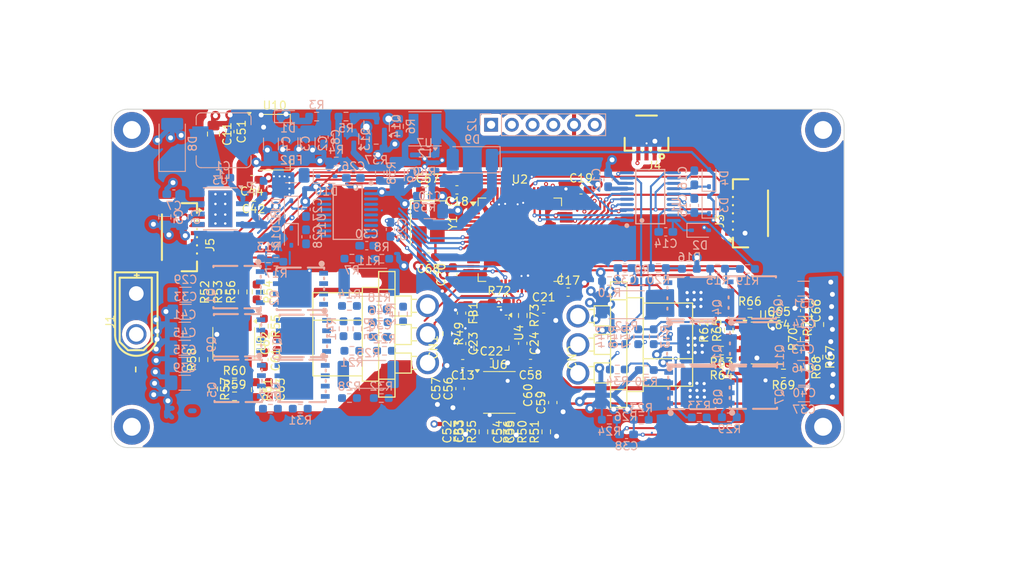
<source format=kicad_pcb>
(kicad_pcb (version 20240108) (generator "pcbnew") (generator_version "8.0")
  (layers (0 "F.Cu" signal) (1 "In1.Cu" signal) (2 "In2.Cu" signal) (31 "B.Cu" signal) (34 "B.Paste" user) (35 "F.Paste" user) (36 "B.SilkS" user "B.Silkscreen") (37 "F.SilkS" user "F.Silkscreen") (38 "B.Mask" user) (39 "F.Mask" user) (44 "Edge.Cuts" user))
  (net 0 "")
  (net 1 "Net-(D8-K)")
  (net 2 "Net-(U3-BOOT)")
  (net 3 "GNDPWR")
  (net 4 "+5V")
  (net 5 "Net-(Q13-D)")
  (net 6 "+12V")
  (net 7 "GNDD")
  (net 8 "+3V3")
  (net 9 "/inverter/1VB1")
  (net 10 "/inverter/1SH_U")
  (net 11 "/inverter/1VB2")
  (net 12 "/inverter/1SH_V")
  (net 13 "/inverter/1SH_W")
  (net 14 "/inverter/2VB1")
  (net 15 "/inverter/2SH_U")
  (net 16 "/inverter/2SH_V")
  (net 17 "/inverter/2VB2")
  (net 18 "/inverter/2SH_W")
  (net 19 "+BATT")
  (net 20 "/OP_VCC")
  (net 21 "/INA1+")
  (net 22 "/VREF_OP1")
  (net 23 "/VREF_OP2")
  (net 24 "/YI")
  (net 25 "/YO")
  (net 26 "Net-(D1-A)")
  (net 27 "Net-(D9-A)")
  (net 28 "/SWDIO")
  (net 29 "/USART3_TX")
  (net 30 "/SWCLK")
  (net 31 "/USART3_RX")
  (net 32 "Net-(Q1-G)")
  (net 33 "Net-(Q2-S-Pad1)")
  (net 34 "Net-(Q2-G)")
  (net 35 "Net-(Q3-G)")
  (net 36 "Net-(Q4-G)")
  (net 37 "Net-(Q4-S-Pad1)")
  (net 38 "Net-(Q5-G)")
  (net 39 "Net-(Q6-S-Pad1)")
  (net 40 "Net-(Q6-G)")
  (net 41 "Net-(Q7-G)")
  (net 42 "Net-(Q8-G)")
  (net 43 "Net-(Q8-S-Pad1)")
  (net 44 "Net-(Q9-G)")
  (net 45 "Net-(Q10-G)")
  (net 46 "Net-(Q11-G)")
  (net 47 "Net-(Q12-G)")
  (net 48 "Net-(Q13-G)")
  (net 49 "Net-(Q14-B)")
  (net 50 "Net-(Q14-C)")
  (net 51 "Net-(U3-VSENSE)")
  (net 52 "/MOTOR_EN")
  (net 53 "/inverter/1GH_A")
  (net 54 "/inverter/1GL_A")
  (net 55 "/inverter/2GH_A")
  (net 56 "/inverter/2GL_A")
  (net 57 "/inverter/1GH_B")
  (net 58 "/inverter/1GL_B")
  (net 59 "/inverter/2GH_B")
  (net 60 "/inverter/2GL_B")
  (net 61 "Net-(U7-EN)")
  (net 62 "Net-(U7-FB)")
  (net 63 "/inverter/1GH_C")
  (net 64 "/inverter/1GL_C")
  (net 65 "/inverter/2GH_C")
  (net 66 "/inverter/2GL_C")
  (net 67 "/MPU_INT")
  (net 68 "/INA2+")
  (net 69 "Net-(U8A-+)")
  (net 70 "Net-(U8A--)")
  (net 71 "Net-(R54-Pad2)")
  (net 72 "Net-(U8B-+)")
  (net 73 "Net-(U8B--)")
  (net 74 "Net-(R60-Pad2)")
  (net 75 "Net-(U9A--)")
  (net 76 "Net-(U9A-+)")
  (net 77 "Net-(R65-Pad2)")
  (net 78 "Net-(U9B--)")
  (net 79 "Net-(U9B-+)")
  (net 80 "Net-(R70-Pad2)")
  (net 81 "/TIM1_CH3N")
  (net 82 "/inverter/1VB3")
  (net 83 "/TIM1_CH1N")
  (net 84 "/TIM1_CH2")
  (net 85 "/TIM1_CH2N")
  (net 86 "/TIM1_CH1")
  (net 87 "/TIM1_CH3")
  (net 88 "/TIM8_CH3")
  (net 89 "/TIM8_CH2N")
  (net 91 "/TIM8_CH1")
  (net 103 "/SPI1_MISO")
  (net 105 "/TIM8_CH3N")
  (net 106 "/TIM8_CH2")
  (net 107 "/SPI1_MOSI")
  (net 109 "/SPI1_SCK")
  (net 110 "/TIM8_CH1N")
  (net 115 "/inverter/2VB3")
  (net 117 "Net-(U11-VCC)")
  (net 118 "Net-(U1-VCC)")
  (net 121 "/1A_ISENSOR-")
  (net 122 "/1A_ISENSOR+")
  (net 123 "/1B_ISENSOR-")
  (net 124 "/1B_ISENSOR+")
  (net 125 "/2A_ISENSOR+")
  (net 126 "/2A_ISENSOR-")
  (net 127 "/2B_ISENSOR+")
  (net 128 "/2B_ISENSOR-")
  (net 131 "/NSS1")
  (net 132 "/NSS2")
  (net 133 "/I2C2_SDA")
  (net 134 "/I2C2_SCL")
  (net 135 "Net-(U4-VDD)")
  (net 136 "Net-(U4-REGOUT)")
  (net 137 "Net-(U4-CPOUT)")
  (net 151 "/USART1_RX")
  (net 152 "/USART1_TX")
  (net 154 "/M1_ADC1_IN4")
  (net 155 "/M1_ADC2_IN7")
  (net 157 "/M2_ADC2_IN14")
  (net 158 "/M2_ADC1_IN11")
  (footprint "Capacitor_SMD:C_0603_1608Metric_Pad1.08x0.95mm_HandSolder" (layer "F.Cu") (at 74.7875 40.585 180)
    (property "Reference" "C18")
    (property "Value" "100n")
  )
  (footprint "Capacitor_SMD:C_0603_1608Metric_Pad1.08x0.95mm_HandSolder" (layer "F.Cu") (at 75.035 70.2325 90)
    (property "Reference" "C52")
    (property "Value" "4.7u")
  )
  (footprint "Resistor_SMD:R_0603_1608Metric_Pad0.98x0.95mm_HandSolder" (layer "F.Cu") (at 51.14 57.3 -90)
    (property "Reference" "R55")
    (property "Value" "100R")
  )
  (footprint "Resistor_SMD:R_0603_1608Metric_Pad0.98x0.95mm_HandSolder" (layer "F.Cu") (at 110.6875 55.7)
    (property "Reference" "R66")
    (property "Value" "100R")
  )
  (footprint "Capacitor_SMD:C_0805_2012Metric_Pad1.18x1.45mm_HandSolder" (layer "F.Cu") (at 44.96 33.74 -90)
    (property "Reference" "C11")
    (property "Value" "10u")
  )
  (footprint "Resistor_SMD:R_0603_1608Metric_Pad0.98x0.95mm_HandSolder" (layer "F.Cu") (at 82.86 55.99 -90)
    (property "Reference" "R73")
    (property "Value" "4.7k")
  )
  (footprint "Sensor_Motion:InvenSense_QFN-24_4x4mm_P0.5mm" (layer "F.Cu") (at 79.02 58.1 -90)
    (property "Reference" "U4")
    (property "Value" "MPU-6050")
  )
  (footprint "Capacitor_SMD:C_0603_1608Metric_Pad1.08x0.95mm_HandSolder" (layer "F.Cu") (at 82.86 59.4025 -90)
    (property "Reference" "C24")
    (property "Value" "2.2n")
  )
  (footprint "Capacitor_SMD:C_0603_1608Metric_Pad1.08x0.95mm_HandSolder" (layer "F.Cu") (at 114.2525 54.1 180)
    (property "Reference" "C65")
    (property "Value" "2.2n")
  )
  (footprint "Capacitor_SMD:C_0603_1608Metric_Pad1.08x0.95mm_HandSolder" (layer "F.Cu") (at 73.535 70.2075 -90)
    (property "Reference" "FB3")
    (property "Value" "FerriteBead")
  )
  (footprint "Capacitor_SMD:C_0603_1608Metric_Pad1.08x0.95mm_HandSolder" (layer "F.Cu") (at 73.67 64.96 90)
    (property "Reference" "C57")
    (property "Value" "100n")
  )
  (footprint "Resistor_SMD:R_0603_1608Metric_Pad0.98x0.95mm_HandSolder" (layer "F.Cu") (at 107.2 60.3 180)
    (property "Reference" "R63")
    (property "Value" "1k")
  )
  (footprint "Resistor_SMD:R_0603_1608Metric_Pad0.98x0.95mm_HandSolder" (layer "F.Cu") (at 78.035 70.2575 90)
    (property "Reference" "R35")
    (property "Value" "1k")
  )
  (footprint "Capacitor_SMD:C_0603_1608Metric_Pad1.08x0.95mm_HandSolder" (layer "F.Cu") (at 71.1875 40.635)
    (property "Reference" "C67")
    (property "Value" "12p")
  )
  (footprint "Capacitor_SMD:C_0603_1608Metric_Pad1.08x0.95mm_HandSolder" (layer "F.Cu") (at 51.14 61.4 -90)
    (property "Reference" "C61")
    (property "Value" "100n")
  )
  (footprint "balancerDriver:CONN-TH_MR30PW-F" (layer "F.Cu") (at 68.7 58.3 -90)
    (property "Reference" "CN1")
    (property "Value" "MR30PW-F")
  )
  (footprint "Capacitor_SMD:C_0805_2012Metric_Pad1.18x1.45mm_HandSolder" (layer "F.Cu") (at 49.86 41.24 180)
    (property "Reference" "C42")
    (property "Value" "10u")
  )
  (footprint "Resistor_SMD:R_0603_1608Metric_Pad0.98x0.95mm_HandSolder" (layer "F.Cu") (at 114.8 63.1 180)
    (property "Reference" "R69")
    (property "Value" "10k")
  )
  (footprint "Capacitor_SMD:C_0603_1608Metric_Pad1.08x0.95mm_HandSolder" (layer "F.Cu") (at 81.235 70.27 90)
    (property "Reference" "C54")
    (property "Value" "4.7u")
  )
  (footprint "balancerDriver:CONN-SMD_6P-P1.00_MEGASTAR_ZX-SH1.0-6PWT" (layer "F.Cu") (at 41.34 46.39 -90)
    (property "Reference" "J5")
    (property "Value" "Conn_01x06")
  )
  (footprint "Capacitor_SMD:C_0603_1608Metric_Pad1.08x0.95mm_HandSolder" (layer "F.Cu") (at 86.535 66.67 90)
    (property "Reference" "C59")
    (property "Value" "4.7u")
  )
  (footprint "Resistor_SMD:R_0603_1608Metric_Pad0.98x0.95mm_HandSolder" (layer "F.Cu") (at 79.98 54.41)
    (property "Reference" "R72")
    (property "Value" "4.7k")
  )
  (footprint "Capacitor_SMD:C_0603_1608Metric_Pad1.08x0.95mm_HandSolder" (layer "F.Cu") (at 76.535 70.195 90)
    (property "Reference" "C53")
    (property "Value" "100n")
  )
  (footprint "Package_SO:SOIC-8_3.9x4.9mm_P1.27mm" (layer "F.Cu") (at 47.44 59.4 -90)
    (property "Reference" "U8")
    (property "Value" "TLV9062xD")
  )
  (footprint "" (layer "F.Cu") (at 34.96 33.24)
    (property "Reference" "")
    (property "Value" "")
  )
  (footprint "Resistor_SMD:R_0603_1608Metric_Pad0.98x0.95mm_HandSolder" (layer "F.Cu") (at 50.24 53.1 -90)
    (property "Reference" "R54")
    (property "Value" "10k")
  )
  (footprint "Resistor_SMD:R_0603_1608Metric_Pad0.98x0.95mm_HandSolder" (layer "F.Cu") (at 106.5 57.9 90)
    (property "Reference" "R62")
    (property "Value" "1k")
  )
  (footprint "Resistor_SMD:R_0603_1608Metric_Pad0.98x0.95mm_HandSolder" (layer "F.Cu") (at 45.34 53.125 90)
    (property "Reference" "R52")
    (property "Value" "10k")
  )
  (footprint "balancerDriver:CONN-SMD_3P-P1.00_WAFER-SH1.0-3PWB" (layer "F.Cu") (at 98.02 34.4235 180)
    (property "Reference" "J4")
    (property "Value" "Conn_01x03")
  )
  (footprint "Capacitor_SMD:C_0603_1608Metric_Pad1.08x0.95mm_HandSolder" (layer "F.Cu") (at 85.425 55.185)
    (property "Reference" "C21")
    (property "Value" "470n")
  )
  (footprint "" (layer "F.Cu") (at 119.66 33.24)
    (property "Reference" "")
    (property "Value" "")
  )
  (footprint "Resistor_SMD:R_0603_1608Metric_Pad0.98x0.95mm_HandSolder" (layer "F.Cu") (at 107.2 61.9 180)
    (property "Reference" "R64")
    (property "Value" "10k")
  )
  (footprint "Capacitor_SMD:C_0603_1608Metric_Pad1.08x0.95mm_HandSolder" (layer "F.Cu") (at 71.2875 48.835 180)
    (property "Reference" "C68")
    (property "Value" "12p")
  )
  (footprint "Resistor_SMD:R_0603_1608Metric_Pad0.98x0.95mm_HandSolder" (layer "F.Cu") (at 47.54 64.2)
    (property "Reference" "R60")
    (property "Value" "10k")
  )
  (footprint "Resistor_SMD:R_0603_1608Metric_Pad0.98x0.95mm_HandSolder" (layer "F.Cu") (at 119.2 57.1 90)
    (property "Reference" "R71")
    (property "Value" "100R")
  )
  (footprint "Resistor_SMD:R_0603_1608Metric_Pad0.98x0.95mm_HandSolder" (layer "F.Cu") (at 117.4 58.9 90)
    (property "Reference" "R70")
    (property "Value" "10k")
  )
  (footprint "Package_TO_SOT_SMD:SOT-223-3_TabPin2" (layer "F.Cu") (at 52.46 34.74)
    (property "Reference" "U10")
    (property "Value" "AMS1117")
  )
  (footprint "Capacitor_SMD:C_0603_1608Metric_Pad1.08x0.95mm_HandSolder" (layer "F.Cu") (at 75.17 64.96 90)
    (property "Reference" "C56")
    (property "Value" "4.7u")
  )
  (footprint "Capacitor_SMD:C_0603_1608Metric_Pad1.08x0.95mm_HandSolder" (layer "F.Cu") (at 75.37 59.4375 -90)
    (property "Reference" "C23")
    (property "Value" "100n")
  )
  (footprint "Capacitor_SMD:C_0603_1608Metric_Pad1.08x0.95mm_HandSolder" (layer "F.Cu") (at 46.96 33.44 -90)
    (property "Reference" "C51")
    (property "Value" "100n")
  )
  (footprint "Capacitor_SMD:C_0603_1608Metric_Pad1.08x0.95mm_HandSolder" (layer "F.Cu") (at 88.42 53.13)
    (property "Reference" "C17")
    (property "Value" "100n")
  )
  (footprint "Resistor_SMD:R_0603_1608Metric_Pad0.98x0.95mm_HandSolder" (layer "F.Cu") (at 108.1 57.8 90)
    (property "Reference" "R65")
    (property "Value" "10k")
  )
  (footprint "Resistor_SMD:R_0603_1608Metric_Pad0.98x0.95mm_HandSolder" (layer "F.Cu") (at 47.54 65.9)
    (property "Reference" "R59")
    (property "Value" "1k")
  )
  (footprint "Resistor_SMD:R_0603_1608Metric_Pad0.98x0.95mm_HandSolder" (layer "F.Cu") (at 48.54 53.1 90)
    (property "Reference" "R56")
    (property "Value" "1k")
  )
  (footprint "Capacitor_SMD:C_0603_1608Metric_Pad1.08x0.95mm_HandSolder" (layer "F.Cu") (at 89.9875 40.585)
    (property "Reference" "C19")
    (property "Value" "100n")
  )
  (footprint "Capacitor_SMD:C_0603_1608Metric_Pad1.08x0.95mm_HandSolder" (layer "F.Cu") (at 83.81 61.88 180)
    (property "Reference" "C58")
    (property "Value" "100n")
  )
  (footprint "balancerDriver:CONN-TH_MR30PW-F" (layer "F.Cu") (at 92.11375 59.565 90)
    (property "Reference" "CN2")
    (property "Value" "MR30PW-F")
  )
  (footprint "Package_QFP:LQFP-64_10x10mm_P0.5mm" (layer "F.Cu") (at 82.5 46.7)
    (property "Reference" "U2")
    (property "Value" "STM32G431RBTx")
  )
  (footprint "Resistor_SMD:R_0603_1608Metric_Pad0.98x0.95mm_HandSolder" (layer "F.Cu") (at 85.735 70.2575 90)
    (property "Reference" "R51")
    (property "Value" "1k")
  )
  (footprint "Capacitor_SMD:C_0603_1608Metric_Pad1.08x0.95mm_HandSolder" (layer "F.Cu") (at 82.735 70.27 90)
    (property "Reference" "C55")
    (property "Value" "100n")
  )
  (footprint "Resistor_SMD:R_0603_1608Metric_Pad0.98x0.95mm_HandSolder" (layer "F.Cu") (at 73.61 58.2225 -90)
    (property "Reference" "R49")
    (property "Value" "10k")
  )
  (footprint "Capacitor_SMD:C_0603_1608Metric_Pad1.08x0.95mm_HandSolder" (layer "F.Cu") (at 75.36 55.7 -90)
    (property "Reference" "FB1")
    (property "Value" "FerriteBead")
  )
  (footprint "Resistor_SMD:R_0603_1608Metric_Pad0.98x0.95mm_HandSolder" (layer "F.Cu") (at 84.235 70.2575 90)
    (property "Reference" "R50")
    (property "Value" "1k")
  )
  (footprint "Capacitor_SMD:C_0603_1608Metric_Pad1.08x0.95mm_HandSolder" (layer "F.Cu") (at 49.66 39.34 180)
    (property "Reference" "C44")
    (property "Value" "100n")
  )
  (footprint "Resistor_SMD:R_0603_1608Metric_Pad0.98x0.95mm_HandSolder" (layer "F.Cu") (at 79.635 70.27 -90)
    (property "Reference" "R36")
    (property "Value" "1k")
  )
  (footprint "Capacitor_SMD:C_0603_1608Metric_Pad1.08x0.95mm_HandSolder" (layer "F.Cu") (at 79.02 61.8125)
    (property "Reference" "C22")
    (property "Value" "100n")
  )
  (footprint "Resistor_SMD:R_0603_1608Metric_Pad0.98x0.95mm_HandSolder" (layer "F.Cu") (at 117.4 62.4 -90)
    (property "Reference" "R68")
    (property "Value" "1k")
  )
  (footprint "Package_SO:SOIC-8_3.9x4.9mm_P1.27mm" (layer "F.Cu") (at 112.7875 59.36)
    (property "Reference" "U9")
    (property "Value" "TLV9062xD")
  )
  (footprint "Capacitor_SMD:C_0603_1608Metric_Pad1.08x0.95mm_HandSolder" (layer "F.Cu") (at 117.4 55.4 -90)
    (property "Reference" "C66")
    (property "Value" "100n")
  )
  (footprint "balancerDriver:CONN-SMD_6P-P1.00_MEGASTAR_ZX-SH1.0-6PWT" (layer "F.Cu") (at 110.21 43.46 90)
    (property "Reference" "J3")
    (property "Value" "Conn_01x06")
  )
  (footprint "Capacitor_SMD:C_0603_1608Metric_Pad1.08x0.95mm_HandSolder" (layer "F.Cu") (at 52.74 59.4 90)
    (property "Reference" "C62")
    (property "Value" "2.2n")
  )
  (footprint "Capacitor_SMD:C_0603_1608Metric_Pad1.08x0.95mm_HandSolder" (layer "F.Cu") (at 114.1925 55.72 180)
    (property "Reference" "C64")
    (property "Value" "2.2n")
  )
  (footprint "Capacitor_SMD:C_0603_1608Metric_Pad1.08x0.95mm_HandSolder" (layer "F.Cu") (at 75.5 61.9 180)
    (property "Reference" "C13")
    (property "Value" "10n")
  )
  (footprint "balancerDriver:CONN-TH_XT30UPB-M" (layer "F.Cu") (at 35.5 55.8 90)
    (property "Reference" "J1")
    (property "Value" "Conn_01x02")
  )
  (footprint "" (layer "F.Cu") (at 119.66 69.64)
    (property "Reference" "")
    (property "Value" "")
  )
  (footprint "Resistor_SMD:R_0603_1608Metric_Pad0.98x0.95mm_HandSolder" (layer "F.Cu") (at 46.94 53.1 90)
    (property "Reference" "R53")
    (property "Value" "1k")
  )
  (footprint "Crystal:Crystal_SMD_SeikoEpson_FA238-4Pin_3.2x2.5mm_HandSoldering" (layer "F.Cu") (at 71.2875 44.635 -90)
    (property "Reference" "Y1")
    (property "Value" "25MHz")
  )
  (footprint "Resistor_SMD:R_0603_1608Metric_Pad0.98x0.95mm_HandSolder" (layer "F.Cu") (at 119.1 61.1 -90)
    (property "Reference" "R67")
    (property "Value" "1k")
  )
  (footprint "Capacitor_SMD:C_0603_1608Metric_Pad1.08x0.95mm_HandSolder" (layer "F.Cu") (at 74.2875 50.985 90)
    (property "Reference" "C20")
    (property "Value" "100n")
  )
  (footprint "Resistor_SMD:R_0603_1608Metric_Pad0.98x0.95mm_HandSolder" (layer "F.Cu") (at 50.14 65.0875 -90)
    (property "Reference" "R61")
    (property "Value" "100R")
  )
  (footprint "Capacitor_SMD:C_0603_1608Metric_Pad1.08x0.95mm_HandSolder" (layer "F.Cu") (at 51.74 65.0625 -90)
    (property "Reference" "C63")
    (property "Value" "2.2n")
  )
  (footprint "Capacitor_SMD:C_0603_1608Metric_Pad1.08x0.95mm_HandSolder" (layer "F.Cu") (at 84.935 65.77 90)
    (property "Reference" "C60")
    (property "Value" "100n")
  )
  (footprint "Package_SO:SOIC-8_3.9x4.9mm_P1.27mm" (layer "F.Cu") (at 79.995 65.425)
    (property "Reference" "U6")
    (property "Value" "TLV9062xD")
  )
  (footprint "" (layer "F.Cu") (at 34.96 69.64)
    (property "Reference" "")
    (property "Value" "")
  )
  (footprint "Resistor_SMD:R_0603_1608Metric_Pad0.98x0.95mm_HandSolder" (layer "F.Cu") (at 44.94 65 -90)
    (property "Reference" "R57")
    (property "Value" "1k")
  )
  (footprint "Resistor_SMD:R_0603_1608Metric_Pad0.98x0.95mm_HandSolder" (layer "F.Cu") (at 43.74 61.4 90)
    (property "Reference" "R58")
    (property "Value" "10k")
  )
  (footprint "Capacitor_SMD:C_1206_3216Metric_Pad1.33x1.80mm_HandSolder" (layer "B.Cu") (at 117.3 55.2)
    (property "Reference" "C34")
    (property "Value" "22uF/25V")
  )
  (footprint "Resistor_SMD:R_0603_1608Metric_Pad0.98x0.95mm_HandSolder" (layer "B.Cu") (at 52.6125 49.405)
    (property "Reference" "R17")
    (property "Value" "10R")
  )
  (footprint "LED_SMD:LED_0603_1608Metric_Pad1.05x0.95mm_HandSolder" (layer "B.Cu") (at 54.1 31.6)
    (property "Reference" "D1")
    (property "Value" "LED")
  )
  (footprint "Resistor_SMD:R_0603_1608Metric_Pad0.98x0.95mm_HandSolder" (layer "B.Cu") (at 98.9 58.6 90)
    (property "Reference" "R43")
    (property "Value" "10k")
  )
  (footprint "Capacitor_SMD:C_0603_1608Metric_Pad1.08x0.95mm_HandSolder" (layer "B.Cu") (at 103.88 42.5025 -90)
    (property "Reference" "C15")
    (property "Value" "100n")
  )
  (footprint "balancerDriver:PDFN-8_L4.9-W5.8-P1.27-LS6.1-BL" (layer "B.Cu") (at 103.47375 53.875 90)
    (property "Reference" "Q4")
    (property "Value" "KNY3406C")
  )
  (footprint "Resistor_SMD:R_0603_1608Metric_Pad0.98x0.95mm_HandSolder" (layer "B.Cu") (at 68.19 55.82 -90)
    (property "Reference" "R42")
    (property "Value" "10k")
  )
  (footprint "Resistor_SMD:R_0603_1608Metric_Pad0.98x0.95mm_HandSolder" (layer "B.Cu") (at 62.59 57.62 90)
    (property "Reference" "R45")
    (property "Value" "10R")
  )
  (footprint "Resistor_SMD:R_2512_6332Metric_Pad1.40x3.35mm_HandSolder" (layer "B.Cu") (at 64.02 51.92 180)
    (property "Reference" "R11")
    (property "Value" "20mR")
  )
  (footprint "Resistor_SMD:R_0603_1608Metric_Pad0.98x0.95mm_HandSolder" (layer "B.Cu") (at 95.4 58.6 -90)
    (property "Reference" "R48")
    (property "Value" "10R")
  )
  (footprint "Resistor_SMD:R_0603_1608Metric_Pad0.98x0.95mm_HandSolder" (layer "B.Cu") (at 51.1 44 90)
    (property "Reference" "R2")
    (property "Value" "3.3k")
  )
  (footprint "Resistor_SMD:R_0603_1608Metric_Pad0.98x0.95mm_HandSolder" (layer "B.Cu") (at 65.29 55.23 180)
    (property "Reference" "R18")
    (property "Value" "10R")
  )
  (footprint "Capacitor_SMD:C_1206_3216Metric_Pad1.33x1.80mm_HandSolder" (layer "B.Cu") (at 117.33 65.67)
    (property "Reference" "C37")
    (property "Value" "22uF/25V")
  )
  (footprint "Capacitor_SMD:C_0603_1608Metric_Pad1.08x0.95mm_HandSolder" (layer "B.Cu") (at 58.5 34.1 90)
    (property "Reference" "C8")
    (property "Value" "100n")
  )
  (footprint "Resistor_SMD:R_0603_1608Metric_Pad0.98x0.95mm_HandSolder" (layer "B.Cu") (at 51.9325 67.42 180)
    (property "Reference" "R27")
    (property "Value" "10k")
  )
  (footprint "Capacitor_SMD:C_0603_1608Metric_Pad1.08x0.95mm_HandSolder" (layer "B.Cu") (at 40.1 41.1)
    (property "Reference" "C7")
    (property "Value" "100n")
  )
  (footprint "Diode_SMD:D_SOD-323" (layer "B.Cu") (at 58.8 38.9285)
    (property "Reference" "D10")
    (property "Value" "1N5819WS")
  )
  (footprint "Resistor_SMD:R_0603_1608Metric_Pad0.98x0.95mm_HandSolder" (layer "B.Cu") (at 99.47375 50.175)
    (property "Reference" "R20")
    (property "Value" "10R")
  )
  (footprint "Resistor_SMD:R_0603_1608Metric_Pad0.98x0.95mm_HandSolder" (layer "B.Cu") (at 103.27375 50.275 180)
    (property "Reference" "R16")
    (property "Value" "10k")
  )
  (footprint "Resistor_SMD:R_0603_1608Metric_Pad0.98x0.95mm_HandSolder" (layer "B.Cu") (at 97 58.6 -90)
    (property "Reference" "R47")
    (property "Value" "10R")
  )
  (footprint "Resistor_SMD:R_0603_1608Metric_Pad0.98x0.95mm_HandSolder" (layer "B.Cu") (at 70.8 39.8 180)
    (property "Reference" "R40")
    (property "Value" "3.3k")
  )
  (footprint "Capacitor_SMD:C_1206_3216Metric_Pad1.33x1.80mm_HandSolder" (layer "B.Cu") (at 71.475 43.2 180)
    (property "Reference" "C10")
    (property "Value" "47u")
  )
  (footprint "balancerDriver:TSSOP-20_L6.5-W4.4-P0.65-LS6.4-BL" (layer "B.Cu") (at 61.4 43.3285 -90)
    (property "Reference" "U11")
    (property "Value" "FD6288T")
  )
  (footprint "Diode_SMD:D_SOD-323" (layer "B.Cu") (at 105.68 42.44 90)
    (property "Reference" "D3")
    (property "Value" "1N5819WS")
  )
  (footprint "Diode_SMD:D_SOD-323" (layer "B.Cu") (at 54.5 42.9785 -90)
    (property "Reference" "D11")
    (property "Value" "1N5819WS")
  )
  (footprint "Capacitor_SMD:C_1206_3216Metric_Pad1.33x1.80mm_HandSolder" (layer "B.Cu") (at 41.4275 59.95 180)
    (property "Reference" "C45")
    (property "Value" "22uF/25V")
  )
  (footprint "Inductor_SMD:L_Taiyo-Yuden_MD-4040" (layer "B.Cu") (at 70.875 33.1)
    (property "Reference" "L2")
    (property "Value" "10u")
  )
  (footprint "Resistor_SMD:R_0603_1608Metric_Pad0.98x0.95mm_HandSolder" (layer "B.Cu") (at 61.92 60.32)
    (property "Reference" "R21")
    (property "Value" "100R")
  )
  (footprint "Diode_SMD:D_MELF" (layer "B.Cu") (at 39.9 34.9125 90)
    (property "Reference" "D8")
    (property "Value" "1N5712UR")
  )
  (footprint "Resistor_SMD:R_2512_6332Metric_Pad1.40x3.35mm_HandSolder" (layer "B.Cu") (at 63.92 63.22 180)
    (property "Reference" "R25")
    (property "Value" "20mR")
  )
  (footprint "Capacitor_SMD:C_0603_1608Metric_Pad1.08x0.95mm_HandSolder" (layer "B.Cu") (at 56.3 42.9785 90)
    (property "Reference" "C27")
    (property "Value" "100n")
  )
  (footprint "Resistor_SMD:R_0603_1608Metric_Pad0.98x0.95mm_HandSolder" (layer "B.Cu") (at 61.2 31.6)
    (property "Reference" "R5")
    (property "Value" "100R")
  )
  (footprint "balancerDriver:PDFN-8_L4.9-W5.8-P1.27-LS6.1-BL" (layer "B.Cu") (at 111.13875 59.413 90)
    (property "Reference" "Q11")
    (property "Value" "KNY3406C")
  )
  (footprint "Capacitor_SMD:C_1206_3216Metric_Pad1.33x1.80mm_HandSolder" (layer "B.Cu") (at 52 34.9375 90)
    (property "Reference" "C4")
    (property "Value" "47u")
  )
  (footprint "Capacitor_SMD:C_1206_3216Metric_Pad1.33x1.80mm_HandSolder" (layer "B.Cu") (at 54.4 34.9 90)
    (property "Reference" "C3")
    (property "Value" "47u")
  )
  (footprint "Resistor_SMD:R_0603_1608Metric_Pad0.98x0.95mm_HandSolder" (layer "B.Cu") (at 106.73375 50.255)
    (property "Reference" "R15")
    (property "Value" "10k")
  )
  (footprint "Resistor_SMD:R_0603_1608Metric_Pad0.98x0.95mm_HandSolder" (layer "B.Cu") (at 60 37.1 180)
    (property "Reference" "R4")
    (property "Value" "10k")
  )
  (footprint "balancerDriver:PDFN-8_L4.9-W5.8-P1.27-LS6.1-BL" (layer "B.Cu") (at 110.97375 53.775 90)
    (property "Reference" "Q3")
    (property "Value" "KNY3406C")
  )
  (footprint "Resistor_SMD:R_0603_1608Metric_Pad0.98x0.95mm_HandSolder" (layer "B.Cu") (at 51.1 40.4 -90)
    (property "Reference" "R1")
    (property "Value" "10k")
  )
  (footprint "balancerDriver:PDFN-8_L4.9-W5.8-P1.27-LS6.1-BL" (layer "B.Cu") (at 47.9975 64.008522 -90)
    (property "Reference" "Q5")
    (property "Value" "KNY3406C")
  )
  (footprint "Capacitor_SMD:C_1206_3216Metric_Pad1.33x1.80mm_HandSolder" (layer "B.Cu") (at 41.5275 55.54 180)
    (property "Reference" "C33")
    (property "Value" "22uF/25V")
  )
  (footprint "Resistor_SMD:R_0603_1608Metric_Pad0.98x0.95mm_HandSolder" (layer "B.Cu") (at 97.99375 62.685)
    (property "Reference" "R30")
    (property "Value" "10k")
  )
  (footprint "balancerDriver:PDFN-8_L4.9-W5.8-P1.27-LS6.1-BL" (layer "B.Cu") (at 47.92 58.42 -90)
    (property "Reference" "Q9")
    (property "Value" "KNY3406C")
  )
  (footprint "balancerDriver:PDFN-8_L4.9-W5.8-P1.27-LS6.1-BL" (layer "B.Cu") (at 103.43875 59.413 90)
    (property "Reference" "Q12")
    (property "Value" "KNY3406C")
  )
  (footprint "Resistor_SMD:R_0603_1608Metric_Pad0.98x0.95mm_HandSolder" (layer "B.Cu") (at 93.8 58.6 -90)
    (property "Reference" "R44")
    (property "Value" "10k")
  )
  (footprint "balancerDriver:PDFN-8_L4.9-W5.8-P1.27-LS6.1-BL" (layer "B.Cu") (at 111.10875 64.838 90)
    (property "Reference" "Q7")
    (property "Value" "KNY3406C")
  )
  (footprint "Capacitor_SMD:C_0603_1608Metric_Pad1.08x0.95mm_HandSolder" (layer "B.Cu") (at 95.37375 50.175)
    (property "Reference" "C32")
    (property "Value" "1n")
  )
  (footprint "Resistor_SMD:R_0603_1608Metric_Pad0.98x0.95mm_HandSolder" (layer "B.Cu") (at 57.6 31.6 180)
    (property "Reference" "R3")
    (property "Value" "4.7k")
  )
  (footprint "Diode_SMD:D_SOD-323" (layer "B.Cu") (at 54.5 46.3285 -90)
    (property "Reference" "D12")
    (property "Value" "1N5819WS")
  )
  (footprint "Capacitor_SMD:C_0603_1608Metric_Pad1.08x0.95mm_HandSolder" (layer "B.Cu") (at 65.39 58.6075 180)
    (property "Reference" "C36")
    (property "Value" "1n")
  )
  (footprint "Capacitor_SMD:C_1206_3216Metric_Pad1.33x1.80mm_HandSolder" (layer "B.Cu") (at 41.4275 57.73 180)
    (property "Reference" "C41")
    (property "Value" "22uF/25V")
  )
  (footprint "Capacitor_SMD:C_1206_3216Metric_Pad1.33x1.80mm_HandSolder" (layer "B.Cu") (at 41.5275 53.44 180)
    (property "Reference" "C29")
    (property "Value" "22uF/25V")
  )
  (footprint "Diode_SMD:D_SOD-323" (layer "B.Cu") (at 104.58 45.54)
    (property "Reference" "D2")
    (property "Value" "1N5819WS")
  )
  (footprint "Resistor_SMD:R_0603_1608Metric_Pad0.98x0.95mm_HandSolder" (layer "B.Cu") (at 61.62 66.12 180)
    (property "Reference" "R28")
    (property "Value" "10k")
  )
  (footprint "Resistor_SMD:R_0603_1608Metric_Pad0.98x0.95mm_HandSolder" (layer "B.Cu") (at 65.58 49.03 180)
    (property "Reference" "R8")
    (property "Value" "100R")
  )
  (footprint "Capacitor_SMD:C_0603_1608Metric_Pad1.08x0.95mm_HandSolder" (layer "B.Cu") (at 63.7425 47.43 180)
    (property "Reference" "C30")
    (property "Value" "1n")
  )
  (footprint "Capacitor_SMD:C_0603_1608Metric_Pad1.08x0.95mm_HandSolder" (layer "B.Cu") (at 66.643 45.4285 90)
    (property "Reference" "C25")
    (property "Value" "100nF/25V")
  )
  (footprint "Resistor_SMD:R_0603_1608Metric_Pad0.98x0.95mm_HandSolder" (layer "B.Cu") (at 55.59 67.42)
    (property "Reference" "R31")
    (property "Value" "10R")
  )
  (footprint "Resistor_SMD:R_0603_1608Metric_Pad0.98x0.95mm_HandSolder" (layer "B.Cu") (at 93.48625 51.775)
    (property "Reference" "R10")
    (property "Value" "100R")
  )
  (footprint "Capacitor_SMD:C_0603_1608Metric_Pad1.08x0.95mm_HandSolder" (layer "B.Cu") (at 100.38 45.74)
    (property "Reference" "C14")
    (property "Value" "100n")
  )
  (footprint "Capacitor_SMD:C_1206_3216Metric_Pad1.33x1.80mm_HandSolder" (layer "B.Cu") (at 41.4275 62.04 180)
    (property "Reference" "C35")
    (property "Value" "22uF/25V")
  )
  (footprint "Resistor_SMD:R_0603_1608Metric_Pad0.98x0.95mm_HandSolder" (layer "B.Cu") (at 67.7 32.8 90)
    (property "Reference" "R6")
    (property "Value" "1k")
  )
  (footprint "balancerDriver:PDFN-8_L4.9-W5.8-P1.27-LS6.1-BL" (layer "B.Cu") (at 103.57375 64.875 90)
    (property "Reference" "Q8")
    (property "Value" "KNY3406C")
  )
  (footprint "Capacitor_SMD:C_0603_1608Metric_Pad1.08x0.95mm_HandSolder" (layer "B.Cu") (at 62.1 39.1285 180)
    (property "Reference" "C26")
    (property "Value" "100n")
  )
  (footprint "balancerDriver:PDFN-8_L4.9-W5.8-P1.27-LS6.1-BL" (layer "B.Cu") (at 55.985 58.497 -90)
    (property "Reference" "Q10")
    (property "Value" "KNY3406C")
  )
  (footprint "Capacitor_SMD:C_0603_1608Metric_Pad1.08x0.95mm_HandSolder" (layer "B.Cu") (at 46.1 39.1 180)
    (property "Reference" "C1")
    (property "Value" "10n")
  )
  (footprint "Package_TO_SOT_SMD:SOT-23" (layer "B.Cu") (at 61.2 34.3375 90)
    (property "Reference" "Q13")
    (property "Value" "PMOS")
  )
  (footprint "Package_TO_SOT_SMD:SOT-23-6" (layer "B.Cu") (at 70.8375 37.25 180)
    (property "Reference" "U7")
    (property "Value" "MT3608")
  )
  (footprint "Capacitor_SMD:C_0603_1608Metric_Pad1.08x0.95mm_HandSolder" (layer "B.Cu") (at 93.32 39.34 -90)
    (property "Reference" "C12")
    (property "Value" "100nF/25V")
  )
  (footprint "Capacitor_SMD:C_1206_3216Metric_Pad1.33x1.80mm_HandSolder" (layer "B.Cu") (at 56.5 34.9 90)
    (property "Reference" "C2")
    (property "Value" "47u")
  )
  (footprint "Resistor_SMD:R_0603_1608Metric_Pad0.98x0.95mm_HandSolder" (layer "B.Cu") (at 65.3375 38.5125 90)
    (property "Reference" "R38")
    (property "Value" "10k")
  )
  (footprint "balancerDriver:PDFN-8_L4.9-W5.8-P1.27-LS6.1-BL" (layer "B.Cu") (at 55.62 52.72 -90)
    (property "Reference" "Q2")
    (property "Value" "KNY3406C")
  )
  (footprint "Resistor_SMD:R_0603_1608Metric_Pad0.98x0.95mm_HandSolder" (layer "B.Cu") (at 108.17375 68.475)
    (property "Reference" "R29")
    (property "Value" "10k")
  )
  (footprint "Capacitor_SMD:C_1206_3216Metric_Pad1.33x1.80mm_HandSolder" (layer "B.Cu") (at 117.2625 52.7)
    (property "Reference" "C31")
    (property "Value" "22uF/25V")
  )
  (footprint "balancerDriver:PDFN-8_L4.9-W5.8-P1.27-LS6.1-BL" (layer "B.Cu") (at 55.82 64.02 -90)
    (property "Reference" "Q6")
    (property "Value" "KNY3406C")
  )
  (footprint "Package_TO_SOT_SMD:SOT-23" (layer "B.Cu") (at 64.95 32.7625 90)
    (property "Reference" "Q14")
    (property "Value" "S8050")
  )
  (footprint "Resistor_SMD:R_0603_1608Metric_Pad0.98x0.95mm_HandSolder" (layer "B.Cu") (at 97.37375 68.775 180)
    (property "Reference" "R23")
    (property "Value" "100R")
  )
  (footprint "Resistor_SMD:R_0603_1608Metric_Pad0.98x0.95mm_HandSolder" (layer "B.Cu") (at 60.89 57.62 -90)
    (property "Reference" "R41")
    (property "Value" "10k")
  )
  (footprint "Capacitor_SMD:C_1206_3216Metric_Pad1.33x1.80mm_HandSolder" (layer "B.Cu") (at 117.2 58.3)
    (property "Reference" "C43")
    (property "Value" "22uF/25V")
  )
  (footprint "Capacitor_SMD:C_0805_2012Metric_Pad1.18x1.45mm_HandSolder" (layer "B.Cu") (at 39 43.9 90)
    (property "Reference" "C5")
    (property "Value" "22u")
  )
  (footprint "Resistor_SMD:R_0603_1608Metric_Pad0.98x0.95mm_HandSolder" (layer "B.Cu") (at 61.92 49.02)
    (property "Reference" "R7")
    (property "Value" "100R")
  )
  (footprint "Capacitor_SMD:C_1206_3216Metric_Pad1.33x1.80mm_HandSolder" (layer "B.Cu") (at 54.5 38.8 180)
    (property "Reference" "FB2")
    (property "Value" "FerriteBead")
  )
  (footprint "Resistor_SMD:R_0603_1608Metric_Pad0.98x0.95mm_HandSolder" (layer "B.Cu") (at 104.48375 68.495 180)
    (property "Reference" "R33")
    (property "Value" "10R")
  )
  (footprint "Resistor_SMD:R_0603_1608Metric_Pad0.98x0.95mm_HandSolder" (layer "B.Cu") (at 65.39 56.82 180)
    (property "Reference" "R46")
    (property "Value" "10R")
  )
  (footprint "Diode_SMD:D_SOD-323" (layer "B.Cu") (at 105.68 39.14 90)
    (property "Reference" "D4")
    (property "Value" "1N5819WS")
  )
  (footprint "Resistor_SMD:R_0603_1608Metric_Pad0.98x0.95mm_HandSolder" (layer "B.Cu") (at 61.62 54.82 180)
    (property "Reference" "R14")
    (property "Value" "10k")
  )
  (footprint "balancerDriver:TSSOP-20_L6.5-W4.4-P0.65-LS6.4-BL" (layer "B.Cu") (at 98.48 41.4115 90)
    (property "Reference" "U1")
    (property "Value" "FD6288T")
  )
  (footprint "Resistor_SMD:R_2512_6332Metric_Pad1.40x3.35mm_HandSolder" (layer "B.Cu") (at 95.57375 54.675)
    (property "Reference" "R12")
    (property "Value" "20mR")
  )
  (footprint "Resistor_SMD:R_0603_1608Metric_Pad0.98x0.95mm_HandSolder" (layer "B.Cu") (at 70.8 41.3)
    (property "Reference" "R39")
    (property "Value" "63.4k")
  )
  (footprint "Resistor_SMD:R_0603_1608Metric_Pad0.98x0.95mm_HandSolder" (layer "B.Cu") (at 110.39375 50.285)
    (property "Reference" "R19")
    (property "Value" "10R")
  )
  (footprint "Capacitor_SMD:C_0603_1608Metric_Pad1.08x0.95mm_HandSolder" (layer "B.Cu") (at 103.88 39.1025 -90)
    (property "Reference" "C16")
    (property "Value" "100n")
  )
  (footprint "Inductor_SMD:L_Sumida_CDMC6D28_7.25x6.5mm" (layer "B.Cu") (at 46.2 34.5)
    (property "Reference" "L1")
    (property "Value" "10u")
  )
  (footprint "Capacitor_SMD:C_0603_1608Metric_Pad1.08x0.95mm_HandSolder" (layer "B.Cu") (at 95.57375 70.575)
    (property "Reference" "C38")
    (property "Value" "1n")
  )
  (footprint "Connector_PinHeader_2.54mm:PinHeader_1x06_P2.54mm_Vertical" (layer "B.Cu") (at 78.98 32.6 -90)
    (property "Reference" "J2")
    (property "Value" "Conn_01x06")
  )
  (footprint "Resistor_SMD:R_0603_1608Metric_Pad0.98x0.95mm_HandSolder" (layer "B.Cu") (at 97.46125 51.775 180)
    (property "Reference" "R9")
    (property "Value" "100R")
  )
  (footprint "Resistor_SMD:R_0603_1608Metric_Pad0.98x0.95mm_HandSolder" (layer "B.Cu") (at 65.52 66.12 180)
    (property "Reference" "R32")
    (property "Value" "10R")
  )
  (footprint "balancerDriver:PDFN-8_L4.9-W5.8-P1.27-LS6.1-BL" (layer "B.Cu") (at 47.855 52.513 -90)
    (property "Reference" "Q1")
    (property "Value" "KNY3406C")
  )
  (footprint "Resistor_SMD:R_0603_1608Metric_Pad0.98x0.95mm_HandSolder" (layer "B.Cu") (at 65.9075 60.32 180)
    (property "Reference" "R22")
    (property "Value" "100R")
  )
  (footprint "Capacitor_SMD:C_1206_3216Metric_Pad1.33x1.80mm_HandSolder" (layer "B.Cu") (at 41.4275 64.24 180)
    (property "Reference" "C39")
    (property "Value" "22uF/25V")
  )
  (footprint "Capacitor_SMD:C_0805_2012Metric_Pad1.18x1.45mm_HandSolder" (layer "B.Cu") (at 41.1 43.9 90)
    (property "Reference" "C6")
    (property "Value" "22u")
  )
  (footprint "Resistor_SMD:R_0603_1608Metric_Pad0.98x0.95mm_HandSolder" (layer "B.Cu") (at 51.69 48.995 180)
    (property "Reference" "R13")
    (property "Value" "10k")
  )
  (footprint "Capacitor_SMD:C_1206_3216Metric_Pad1.33x1.80mm_HandSolder" (layer "B.Cu") (at 67.4375 38.7625 90)
    (property "Reference" "C9")
    (property "Value" "47u")
  )
  (footprint "Capacitor_SMD:C_0603_1608Metric_Pad1.08x0.95mm_HandSolder" (layer "B.Cu") (at 56.3 46.341 90)
    (property "Reference" "C28")
    (property "Value" "100n")
  )
  (footprint "Diode_SMD:D_MELF" (layer "B.Cu") (at 76.675 36.9 180)
    (property "Reference" "D9")
    (property "Value" "1N5712UR")
  )
  (footprint "Package_SO:TI_SO-PowerPAD-8_ThermalVias" (layer "B.Cu") (at 45.8 42.9125 180)
    (property "Reference" "U3")
    (property "Value" "TPS5430DDA")
  )
  (footprint "Resistor_SMD:R_0603_1608Metric_Pad0.98x0.95mm_HandSolder" (layer "B.Cu") (at 64.9 35.5)
    (property "Reference" "R37")
    (property "Value" "10k")
  )
  (footprint "Resistor_SMD:R_0603_1608Metric_Pad0.98x0.95mm_HandSolder" (layer "B.Cu") (at 94.44375 62.615)
    (property "Reference" "R34")
    (property "Value" "10R")
  )
  (footprint "Capacitor_SMD:C_1206_3216Metric_Pad1.33x1.80mm_HandSolder" (layer "B.Cu") (at 117.35 63.64)
    (property "Reference" "C40")
    (property "Value" "22uF/25V")
  )
  (footprint "Capacitor_SMD:C_1206_3216Metric_Pad1.33x1.80mm_HandSolder" (layer "B.Cu") (at 117.2375 60.6)
    (property "Reference" "C46")
    (property "Value" "22uF/25V")
  )
  (footprint "Resistor_SMD:R_0603_1608Metric_Pad0.98x0.95mm_HandSolder" (layer "B.Cu") (at 93.46125 68.775)
    (property "Reference" "R24")
    (property "Value" "100R")
  )
  (footprint "Resistor_SMD:R_2512_6332Metric_Pad1.40x3.35mm_HandSolder" (layer "B.Cu") (at 95.47375 65.775)
    (property "Reference" "R26")
    (property "Value" "20mR")
  )
  (gr_line (start 32.454998 70.19) (end 32.454998 32.69) (stroke (width 0.1)) (layer "Edge.Cuts"))
  (gr_arc (start 34.454998 72.19) (mid 33.040786 71.604213) (end 32.454998 70.19) (stroke (width 0.1)) (layer "Edge.Cuts"))
  (gr_line (start 120.235841 72.19) (end 119.354998 72.19) (stroke (width 0.1)) (layer "Edge.Cuts"))
  (gr_arc (start 120.235841 30.69) (mid 121.650063 31.275795) (end 122.235841 32.69) (stroke (width 0.1)) (layer "Edge.Cuts"))
  (gr_line (start 122.235841 32.69) (end 122.235841 70.19) (stroke (width 0.1)) (layer "Edge.Cuts"))
  (gr_line (start 34.454998 30.69) (end 119.354998 30.69) (stroke (width 0.1)) (layer "Edge.Cuts"))
  (gr_arc (start 122.235841 70.19) (mid 121.650051 71.604193) (end 120.235841 72.19) (stroke (width 0.1)) (layer "Edge.Cuts"))
  (gr_arc (start 32.454998 32.69) (mid 33.040784 31.275786) (end 34.454998 30.69) (stroke (width 0.1)) (layer "Edge.Cuts"))
  (gr_line (start 119.354998 72.19) (end 34.454998 72.19) (stroke (width 0.1)) (layer "Edge.Cuts"))
  (gr_line (start 119.354998 30.69) (end 120.235841 30.69) (stroke (width 0.1)) (layer "Edge.Cuts"))
  (segment (start 98.6875 70.375) (end 98.6625 70.4) (width 0.25) (layer "B.Cu") (net 0))
  (segment (start 48.56 41.7475) (end 48.56 41.3775) (width 0.6) (layer "B.Cu") (net 2))
  (segment (start 48.56 41.3775) (end 47.0225 39.84) (width 0.6) (layer "B.Cu") (net 2))
  (via blind (at 94 67.485) (size 1.2) (drill 0.6) (layers "In2.Cu" "B.Cu") (net 3))
  (via blind (at 91.779856 56.449703) (size 1.2) (drill 0.6) (layers "In2.Cu" "B.Cu") (net 3))
  (via blind (at 53.848316 31.29) (size 1.2) (drill 0.6) (layers "In2.Cu" "B.Cu") (net 3))
  (via blind (at 56.2 42) (size 1.2) (drill 0.6) (layers "In2.Cu" "B.Cu") (net 3))
  (via blind (at 40 39.7) (size 1.2) (drill 0.6) (layers "In2.Cu" "B.Cu") (net 3))
  (via blind (at 68.3 49.9) (size 1.2) (drill 0.6) (layers "In2.Cu" "B.Cu") (net 3))
  (via blind (at 37.8375 62.91) (size 1.2) (drill 0.6) (layers "In2.Cu" "B.Cu") (net 3))
  (via blind (at 93.8 36.9) (size 1.2) (drill 0.6) (layers "In2.Cu" "B.Cu") (net 3))
  (via blind (at 95.7 67.485) (size 1.2) (drill 0.6) (layers "In2.Cu" "B.Cu") (net 3))
  (via blind (at 38.0375 58.91) (size 1.2) (drill 0.6) (layers "In2.Cu" "B.Cu") (net 3))
  (via blind (at 38.1 34.5) (size 1.2) (drill 0.6) (layers "In2.Cu" "B.Cu") (net 3))
  (via blind (at 65.120055 36.284115) (size 1.2) (drill 0.6) (layers "In2.Cu" "B.Cu") (net 3))
  (via blind (at 99.286437 60.790088) (size 1.2) (drill 0.6) (layers "In2.Cu" "B.Cu") (net 3))
  (via blind (at 51.558323 35.7) (size 1.2) (drill 0.6) (layers "In2.Cu" "B.Cu") (net 3))
  (via blind (at 39.3775 66.45) (size 1.2) (drill 0.6) (layers "In2.Cu" "B.Cu") (net 3))
  (via blind (at 100.343817 58.443817) (size 0.6) (drill 0.3) (layers "In2.Cu" "B.Cu") (net 3))
  (via blind (at 57.1 35.7) (size 1.2) (drill 0.6) (layers "In2.Cu" "B.Cu") (net 3))
  (via blind (at 91.072492 54.41816) (size 1.2) (drill 0.6) (layers "In2.Cu" "B.Cu") (net 3))
  (via blind (at 120.7 54.9) (size 1.2) (drill 0.6) (layers "In2.Cu" "B.Cu") (net 3))
  (via blind (at 57.5 40.2) (size 1.2) (drill 0.6) (layers "In2.Cu" "B.Cu") (net 3))
  (via blind (at 52.6 42.6) (size 1.2) (drill 0.6) (layers "In2.Cu" "B.Cu") (net 3))
  (via blind (at 39.5 46.1) (size 1.2) (drill 0.6) (layers "In2.Cu" "B.Cu") (net 3))
  (via blind (at 72.975 36.955105) (size 0.7) (drill 0.4) (layers "In2.Cu" "B.Cu") (net 3))
  (via blind (at 93.575 53.012246) (size 1.2) (drill 0.6) (layers "In2.Cu" "B.Cu") (net 3))
  (via blind (at 50.2 37.2) (size 1.2) (drill 0.6) (layers "In2.Cu" "B.Cu") (net 3))
  (via blind (at 68.409074 42.290926) (size 1.2) (drill 0.6) (layers "In2.Cu" "B.Cu") (net 3))
  (via blind (at 70.837141 36.76965) (size 0.7) (drill 0.4) (layers "In2.Cu" "B.Cu") (net 3))
  (via blind (at 39.1375 55.51) (size 1.2) (drill 0.6) (layers "In2.Cu" "B.Cu") (net 3))
  (via blind (at 89.848029 66.551971) (size 1.2) (drill 0.6) (layers "In2.Cu" "B.Cu") (net 3))
  (via blind (at 41 33.9) (size 1.2) (drill 0.6) (layers "In2.Cu" "B.Cu") (net 3))
  (via blind (at 37.9375 60.11) (size 1.2) (drill 0.6) (layers "In2.Cu" "B.Cu") (net 3))
  (via blind (at 92.4 50.7) (size 1.2) (drill 0.6) (layers "In2.Cu" "B.Cu") (net 3))
  (via blind (at 38.9775 65.35) (size 1.2) (drill 0.6) (layers "In2.Cu" "B.Cu") (net 3))
  (via blind (at 70.83782 37.73028) (size 0.7) (drill 0.4) (layers "In2.Cu" "B.Cu") (net 3))
  (via blind (at 120.6 56.3) (size 1.2) (drill 0.6) (layers "In2.Cu" "B.Cu") (net 3))
  (via blind (at 65.589926 40.85) (size 1.2) (drill 0.6) (layers "In2.Cu" "B.Cu") (net 3))
  (via blind (at 37.9375 56.51) (size 1.2) (drill 0.6) (layers "In2.Cu" "B.Cu") (net 3))
  (via blind (at 120.8 66) (size 1.2) (drill 0.6) (layers "In2.Cu" "B.Cu") (net 3))
  (via blind (at 53.43241 35.639791) (size 1.2) (drill 0.6) (layers "In2.Cu" "B.Cu") (net 3))
  (via blind (at 73 41.367527) (size 1.2) (drill 0.6) (layers "In2.Cu" "B.Cu") (net 3))
  (via blind (at 93.575 54.6) (size 1.2) (drill 0.6) (layers "In2.Cu" "B.Cu") (net 3))
  (via blind (at 55.405243 35.608842) (size 1.2) (drill 0.6) (layers "In2.Cu" "B.Cu") (net 3))
  (via blind (at 91.2 53) (size 1.2) (drill 0.6) (layers "In2.Cu" "B.Cu") (net 3))
  (via blind (at 91.1 67.4) (size 1.2) (drill 0.6) (layers "In2.Cu" "B.Cu") (net 3))
  (via blind (at 41.5 46.2) (size 1.2) (drill 0.6) (layers "In2.Cu" "B.Cu") (net 3))
  (via blind (at 92.6 57.8) (size 1.2) (drill 0.6) (layers "In2.Cu" "B.Cu") (net 3))
  (via blind (at 120.9 63.2) (size 1.2) (drill 0.6) (layers "In2.Cu" "B.Cu") (net 3))
  (via blind (at 120.6 59.2) (size 1.2) (drill 0.6) (layers "In2.Cu" "B.Cu") (net 3))
  (via blind (at 38.0375 57.91) (size 1.2) (drill 0.6) (layers "In2.Cu" "B.Cu") (net 3))
  (via blind (at 120.6 51.9) (size 1.2) (drill 0.6) (layers "In2.Cu" "B.Cu") (net 3))
  (via blind (at 120.8 57.7) (size 1.2) (drill 0.6) (layers "In2.Cu" "B.Cu") (net 3))
  (via blind (at 100.063394 61.76) (size 1.2) (drill 0.6) (layers "In2.Cu" "B.Cu") (net 3))
  (via blind (at 120.8 53.4) (size 1.2) (drill 0.6) (layers "In2.Cu" "B.Cu") (net 3))
  (via blind (at 58.000471 37.02275) (size 1.2) (drill 0.6) (layers "In2.Cu" "B.Cu") (net 3))
  (via blind (at 120.5 61.9) (size 1.2) (drill 0.6) (layers "In2.Cu" "B.Cu") (net 3))
  (via blind (at 37.6375 65.71) (size 1.2) (drill 0.6) (layers "In2.Cu" "B.Cu") (net 3))
  (via blind (at 67.184655 34.964494) (size 1.2) (drill 0.6) (layers "In2.Cu" "B.Cu") (net 3))
  (via blind (at 39.7 34.2) (size 1.2) (drill 0.6) (layers "In2.Cu" "B.Cu") (net 3))
  (via blind (at 37.7375 64.31) (size 1.2) (drill 0.6) (layers "In2.Cu" "B.Cu") (net 3))
  (via blind (at 120.5 60.7) (size 1.2) (drill 0.6) (layers "In2.Cu" "B.Cu") (net 3))
  (via blind (at 100.96875 58.300002) (size 0.6) (drill 0.3) (layers "In2.Cu" "B.Cu") (net 3))
  (via blind (at 37.6 44.8) (size 1.2) (drill 0.6) (layers "In2.Cu" "B.Cu") (net 3))
  (via blind (at 104.2 48.9) (size 1.2) (drill 0.6) (layers "In2.Cu" "B.Cu") (net 3))
  (via blind (at 74.9 43.1) (size 1.2) (drill 0.6) (layers "In2.Cu" "B.Cu") (net 3))
  (via blind (at 37.9375 61.51) (size 1.2) (drill 0.6) (layers "In2.Cu" "B.Cu") (net 3))
  (via blind (at 92.244485 62.443043) (size 1.2) (drill 0.6) (layers "In2.Cu" "B.Cu") (net 3))
  (via blind (at 120.8 64.6) (size 1.2) (drill 0.6) (layers "In2.Cu" "B.Cu") (net 3))
  (segment (start 51.1 43.0875) (end 52.1125 43.0875) (width 0.6) (layer "B.Cu") (net 3))
  (segment (start 92.52375 54.675) (end 91.329332 54.675) (width 0.6) (layer "B.Cu") (net 3))
  (segment (start 73.0375 43.2) (end 73.0375 41.405027) (width 0.6) (layer "B.Cu") (net 3))
  (segment (start 92.42375 65.775) (end 92.42375 65.90875) (width 0.6) (layer "B.Cu") (net 3))
  (segment (start 37.7375 44.9375) (end 37.6 44.8) (width 0.6) (layer "B.Cu") (net 3))
  (segment (start 56.70225 37.02275) (end 56.4 37.325) (width 0.6) (layer "B.Cu") (net 3))
  (segment (start 56.4 37.325) (end 56.4 36.4) (width 0.6) (layer "B.Cu") (net 3))
  (segment (start 67.4375 41.0125) (end 67.4375 41.319352) (width 0.6) (layer "B.Cu") (net 3))
  (segment (start 56.4 36.4) (end 57.1 35.7) (width 0.6) (layer "B.Cu") (net 3))
  (segment (start 69.8875 39.8) (end 69.422792 39.8) (width 0.6) (layer "B.Cu") (net 3))
  (segment (start 56.125 40.43125) (end 57.26875 40.43125) (width 0.6) (layer "B.Cu") (net 3))
  (segment (start 41.1 44.9375) (end 42.49 43.5475) (width 0.6) (layer "B.Cu") (net 3))
  (segment (start 119.325 55.075) (end 119.6 54.8) (width 0.6) (layer "B.Cu") (net 3))
  (segment (start 74.8 43.2) (end 74.9 43.1) (width 0.6) (layer "B.Cu") (net 3))
  (segment (start 39.3 57.01) (end 39.3 67.71) (width 0.6) (layer "B.Cu") (net 3))
  (segment (start 92.42375 66.07625) (end 91.1 67.4) (width 0.6) (layer "B.Cu") (net 3))
  (segment (start 92.57375 51.775) (end 92.57375 50.87375) (width 0.6) (layer "B.Cu") (net 3))
  (segment (start 51.9 37.3625) (end 51.9 36.041677) (width 0.6) (layer "B.Cu") (net 3))
  (segment (start 69.422792 39.8) (end 68.210292 41.0125) (width 0.6) (layer "B.Cu") (net 3))
  (segment (start 118.575 58.175) (end 119.5 59.1) (width 0.6) (layer "B.Cu") (net 3))
  (segment (start 39 44.9375) (end 39 45.6) (width 0.6) (layer "B.Cu") (net 3))
  (segment (start 90.625 65.775) (end 89.848029 66.551971) (width 0.6) (layer "B.Cu") (net 3))
  (segment (start 71.317491 37.25) (end 70.837141 36.76965) (width 0.4) (layer "B.Cu") (net 3))
  (segment (start 92.54875 65.9) (end 92.42375 65.775) (width 0.25) (layer "B.Cu") (net 3))
  (segment (start 52.1125 43.0875) (end 52.6 42.6) (width 0.6) (layer "B.Cu") (net 3))
  (segment (start 38.2375 59.11) (end 38.0375 58.91) (width 0.6) (layer "B.Cu") (net 3))
  (segment (start 91.329332 54.675) (end 91.072492 54.41816) (width 0.6) (layer "B.Cu") (net 3))
  (segment (start 104.18625 48.91375) (end 104.2 48.9) (width 0.6) (layer "B.Cu") (net 3))
  (segment (start 100.60375 60.05) (end 100.026525 60.05) (width 0.6) (layer "B.Cu") (net 3))
  (segment (start 39.3 67.71) (end 39.2 67.81) (width 0.6) (layer "B.Cu") (net 3))
  (segment (start 39.9 32.5125) (end 39.9 34) (width 0.6) (layer "B.Cu") (net 3))
  (segment (start 92.52375 54.675) (end 93.5 54.675) (width 0.6) (layer "B.Cu") (net 3))
  (segment (start 66.449149 35.7) (end 67.184655 34.964494) (width 0.6) (layer "B.Cu") (net 3))
  (segment (start 56.125 40.43125) (end 56.125 41.925) (width 0.6) (layer "B.Cu") (net 3))
  (segment (start 39.3 57.01) (end 39.3 55.6725) (width 0.6) (layer "B.Cu") (net 3))
  (segment (start 39.3 57.01) (end 38.9375 57.01) (width 0.6) (layer "B.Cu") (net 3))
  (segment (start 56.125 41.925) (end 56.2 42) (width 0.6) (layer "B.Cu") (net 3))
  (segment (start 57.3875 35.9875) (end 57.1 35.7) (width 0.6) (layer "B.Cu") (net 3))
  (segment (start 65.8125 35.7) (end 66.449149 35.7) (width 0.6) (layer "B.Cu") (net 3))
  (segment (start 65.752426 41.0125) (end 65.589926 40.85) (width 0.6) (layer "B.Cu") (net 3))
  (segment (start 65.9 35.6125) (end 65.8125 35.7) (width 0.6) (layer "B.Cu") (net 3))
  (segment (start 71.975 37.25) (end 71.3181 37.25) (width 0.4) (layer "B.Cu") (net 3))
  (segment (start 71.3181 37.25) (end 70.83782 37.73028) (width 0.4) (layer "B.Cu") (net 3))
  (segment (start 38.1475 61.3) (end 37.9375 61.51) (width 0.6) (layer "B.Cu") (net 3))
  (segment (start 93.54875 57.63875) (end 93.5 57.6875) (width 0.25) (layer "B.Cu") (net 3))
  (segment (start 119.275 60.475) (end 119.4 60.6) (width 0.6) (layer "B.Cu") (net 3))
  (segment (start 97.08125 62.685) (end 93.99125 65.775) (width 0.6) (layer "B.Cu") (net 3))
  (segment (start 39.65 67.36) (end 39.2 67.81) (width 0.6) (layer "B.Cu") (net 3))
  (segment (start 51.9375 37.325) (end 51.9 37.3625) (width 0.6) (layer "B.Cu") (net 3))
  (segment (start 39.0375 65.61) (end 37.7375 64.31) (width 0.6) (layer "B.Cu") (net 3))
  (segment (start 92.57375 54.625) (end 92.52375 54.675) (width 0.6) (layer "B.Cu") (net 3))
  (segment (start 39.85 68.46) (end 39.2 67.81) (width 0.6) (layer "B.Cu") (net 3))
  (segment (start 54.3 37.325) (end 54.3 36.507381) (width 0.6) (layer "B.Cu") (net 3))
  (segment (start 38.9375 57.01) (end 38.0375 57.91) (width 0.6) (layer "B.Cu") (net 3))
  (segment (start 104.18625 50.275) (end 104.18625 48.91375) (width 0.6) (layer "B.Cu") (net 3))
  (segment (start 39.3 55.6725) (end 39.1375 55.51) (width 0.6) (layer "B.Cu") (net 3))
  (segment (start 100.60375 58.70375) (end 100.343817 58.443817) (width 0.3) (layer "B.Cu") (net 3))
  (segment (start 39.9 32.5125) (end 39.9 32.8) (width 0.6) (layer "B.Cu") (net 3))
  (segment (start 39 45.6) (end 39.5 46.1) (width 0.6) (layer "B.Cu") (net 3))
  (segment (start 58.5 35.9875) (end 58.5 36.523221) (width 0.6) (layer "B.Cu") (net 3))
  (segment (start 41.1 44.9375) (end 41.1 45.8) (width 0.6) (layer "B.Cu") (net 3))
  (segment (start 65.120055 36.284115) (end 65.9 35.50417) (width 0.6) (layer "B.Cu") (net 3))
  (segment (start 93.32 38.4775) (end 93.32 37.38) (width 0.6) (layer "B.Cu") (net 3))
  (segment (start 39.2 65.61) (end 37.7375 65.61) (width 0.6) (layer "B.Cu") (net 3))
  (segment (start 119.345 65.545) (end 119.7 65.9) (width 0.6) (layer "B.Cu") (net 3))
  (segment (start 94.629 39.7865) (end 93.32 38.4775) (width 0.4) (layer "B.Cu") (net 3))
  (segment (start 92.57375 50.87375) (end 92.4 50.7) (width 0.6) (layer "B.Cu") (net 3))
  (segment (start 58.5 35.9875) (end 57.3875 35.9875) (width 0.6) (layer "B.Cu") (net 3))
  (segment (start 93.32 37.38) (end 93.8 36.9) (width 0.6) (layer "B.Cu") (net 3))
  (segment (start 92.7125 57.6875) (end 92.6 57.8) (width 0.6) (layer "B.Cu") (net 3))
  (segment (start 65.9 33.7) (end 65.9 35.6125) (width 0.6) (layer "B.Cu") (net 3))
  (segment (start 100.60375 58.665002) (end 100.96875 58.300002) (width 0.3) (layer "B.Cu") (net 3))
  (segment (start 54.3 36.714085) (end 55.405243 35.608842) (width 0.6) (layer "B.Cu") (net 3))
  (segment (start 100.60375 61.32) (end 100.503394 61.32) (width 0.6) (layer "B.Cu") (net 3))
  (segment (start 118.715 63.515) (end 119.7 64.5) (width 0.6) (layer "B.Cu") (net 3))
  (segment (start 41.1 45.8) (end 41.5 46.2) (width 0.6) (layer "B.Cu") (net 3))
  (segment (start 56.4 37.325) (end 51.9375 37.325) (width 0.6) (layer "B.Cu") (net 3))
  (segment (start 53.225 31.913316) (end 53.848316 31.29) (width 0.6) (layer "B.Cu") (net 3))
  (segment (start 39.9 34) (end 39.7 34.2) (width 0.6) (layer "B.Cu") (net 3))
  (segment (start 92.52375 54.675) (end 92.52375 54.32375) (width 0.6) (layer "B.Cu") (net 3))
  (segment (start 72.680105 37.25) (end 72.975 36.955105) (width 0.4) (layer "B.Cu") (net 3))
  (segment (start 39.2 65.61) (end 39.0375 65.61) (width 0.6) (layer "B.Cu") (net 3))
  (segment (start 100.026525 60.05) (end 99.286437 60.790088) (width 0.6) (layer "B.Cu") (net 3))
  (segment (start 39.3 59.11) (end 38.2375 59.11) (width 0.6) (layer "B.Cu") (net 3))
  (segment (start 93.99 65.775) (end 95.7 67.485) (width 0.6) (layer "B.Cu") (net 3))
  (segment (start 93.8 57.6875) (end 93.8 55.95125) (width 0.6) (layer "B.Cu") (net 3))
  (segment (start 100.60375 58.78) (end 100.60375 58.665002) (width 0.3) (layer "B.Cu") (net 3))
  (segment (start 39.9 67.36) (end 39.65 67.36) (width 0.6) (layer "B.Cu") (net 3))
  (segment (start 51.9 36.041677) (end 51.558323 35.7) (width 0.6) (layer "B.Cu") (net 3))
  (segment (start 92.42375 65.775) (end 92.42375 66.07625) (width 0.6) (layer "B.Cu") (net 3))
  (segment (start 39.9 32.8) (end 41 33.9) (width 0.6) (layer "B.Cu") (net 3))
  (segment (start 65.9 35.50417) (end 65.9 33.7) (width 0.6) (layer "B.Cu") (net 3))
  (segment (start 57.26875 40.43125) (end 57.5 40.2) (width 0.6) (layer "B.Cu") (net 3))
  (segment (start 92.42375 62.622308) (end 92.244485 62.443043) (width 0.6) (layer "B.Cu") (net 3))
  (segment (start 39.9 32.7) (end 39.9 32.5125) (width 0.6) (layer "B.Cu") (net 3))
  (segment (start 39.2375 40.4625) (end 40 39.7) (width 0.6) (layer "B.Cu") (net 3))
  (segment (start 39.3 59.11) (end 38.9375 59.11) (width 0.6) (layer "B.Cu") (net 3))
  (segment (start 93.8 57.6875) (end 92.7125 57.6875) (width 0.6) (layer "B.Cu") (net 3))
  (segment (start 38.9375 59.11) (end 37.9375 60.11) (width 0.6) (layer "B.Cu") (net 3))
  (segment (start 93.99125 65.775) (end 92.42375 65.775) (width 0.6) (layer "B.Cu") (net 3))
  (segment (start 67.643 49.243) (end 68.3 49.9) (width 0.6) (layer "B.Cu") (net 3))
  (segment (start 93.575 53.62375) (end 92.52375 54.675) (width 0.6) (layer "B.Cu") (net 3))
  (segment (start 42.49 43.5475) (end 43.1 43.5475) (width 0.6) (layer "B.Cu") (net 3))
  (segment (start 92.42375 65.775) (end 93.99 65.775) (width 0.6) (layer "B.Cu") (net 3))
  (segment (start 92.54875 68.775) (end 92.54875 65.9) (width 0.25) (layer "B.Cu") (net 3))
  (segment (start 92.52375 54.32375) (end 91.2 53) (width 0.6) (layer "B.Cu") (net 3))
  (segment (start 93.5 54.675) (end 93.575 54.6) (width 0.6) (layer "B.Cu") (net 3))
  (segment (start 93.575 53.012246) (end 93.575 53.62375) (width 0.6) (layer "B.Cu") (net 3))
  (segment (start 100.503394 61.32) (end 100.063394 61.76) (width 0.6) (layer "B.Cu") (net 3))
  (segment (start 38.4475 63.52) (end 37.8375 62.91) (width 0.6) (layer "B.Cu") (net 3))
  (segment (start 58.000471 37.02275) (end 56.70225 37.02275) (width 0.6) (layer "B.Cu") (net 3))
  (segment (start 51.9 37.3625) (end 50.3625 37.3625) (width 0.6) (layer "B.Cu") (net 3))
  (segment (start 38.4375 57.01) (end 37.9375 56.51) (width 0.6) (layer "B.Cu") (net 3))
  (segment (start 67.643 48.7625) (end 67.643 49.243) (width 0.6) (layer "B.Cu") (net 3))
  (segment (start 92.52375 54.675) (end 92.52375 55.705809) (width 0.6) (layer "B.Cu") (net 3))
  (segment (start 39.2 61.3) (end 38.1475 61.3) (width 0.6) (layer "B.Cu") (net 3))
  (segment (start 67.4375 41.319352) (end 68.409074 42.290926) (width 0.6) (layer "B.Cu") (net 3))
  (segment (start 71.975 37.25) (end 72.680105 37.25) (width 0.4) (layer "B.Cu") (net 3))
  (segment (start 119.385 63.515) (end 119.8 63.1) (width 0.6) (layer "B.Cu") (net 3))
  (segment (start 93.8 55.95125) (end 92.52375 54.675) (width 0.6) (layer "B.Cu") (net 3))
  (segment (start 58.5 36.523221) (end 58.000471 37.02275) (width 0.6) (layer "B.Cu") (net 3))
  (segment (start 100.60375 58.78) (end 100.60375 58.70375) (width 0.3) (layer "B.Cu") (net 3))
  (segment (start 42.5925 67.68) (end 42.1425 67.68) (width 0.6) (layer "B.Cu") (net 3))
  (segment (start 39.3 57.01) (end 38.4375 57.01) (width 0.6) (layer "B.Cu") (net 3))
  (segment (start 39.2375 41.1) (end 39.2375 40.4625) (width 0.6) (layer "B.Cu") (net 3))
  (segment (start 95.609 39.7865) (end 94.629 39.7865) (width 0.4) (layer "B.Cu") (net 3))
  (segment (start 68.210292 41.0125) (end 67.4375 41.0125) (width 0.6) (layer "B.Cu") (net 3))
  (segment (start 50.3625 37.3625) (end 50.2 37.2) (width 0.6) (layer "B.Cu") (net 3))
  (segment (start 92.57375 51.775) (end 92.57375 54.625) (width 0.6) (layer "B.Cu") (net 3))
  (segment (start 67.643 48.396) (end 67.2765 48.396) (width 0.4) (layer "B.Cu") (net 3))
  (segment (start 119.125 58.175) (end 119.7 57.6) (width 0.6) (layer "B.Cu") (net 3))
  (segment (start 54.3 36.507381) (end 53.43241 35.639791) (width 0.6) (layer "B.Cu") (net 3))
  (segment (start 67.4375 41.0125) (end 65.752426 41.0125) (width 0.6) (layer "B.Cu") (net 3))
  (segment (start 38.1 34.5) (end 39.9 32.7) (width 0.6) (layer "B.Cu") (net 3))
  (segment (start 67.160041 46.125) (end 67.209156 46.075885) (width 0.25) (layer "B.Cu") (net 3))
  (segment (start 71.975 37.25) (end 71.317491 37.25) (width 0.4) (layer "B.Cu") (net 3))
  (segment (start 39 44.9375) (end 41.1 44.9375) (width 0.6) (layer "B.Cu") (net 3))
  (segment (start 73.0375 41.405027) (end 73 41.367527) (width 0.6) (layer "B.Cu") (net 3))
  (segment (start 54.3 37.325) (end 54.3 36.714085) (width 0.6) (layer "B.Cu") (net 3))
  (segment (start 92.52375 55.705809) (end 91.779856 56.449703) (width 0.6) (layer "B.Cu") (net 3))
  (segment (start 92.42375 65.775) (end 92.42375 62.622308) (width 0.6) (layer "B.Cu") (net 3))
  (segment (start 92.42375 65.775) (end 90.625 65.775) (width 0.6) (layer "B.Cu") (net 3))
  (segment (start 73.0375 43.2) (end 74.8 43.2) (width 0.6) (layer "B.Cu") (net 3))
  (segment (start 39.2 67.81) (end 39.2 68.3475) (width 0.6) (layer "B.Cu") (net 3))
  (segment (start 92.42375 65.90875) (end 94 67.485) (width 0.6) (layer "B.Cu") (net 3))
  (segment (start 39 44.9375) (end 37.7375 44.9375) (width 0.6) (layer "B.Cu") (net 3))
  (segment (start 39.2 63.52) (end 38.4475 63.52) (width 0.6) (layer "B.Cu") (net 3))
  (segment (start 53.225 32.1375) (end 53.225 31.913316) (width 0.6) (layer "B.Cu") (net 3))
  (segment (start 48.785 37.565) (end 48.785 41.2025) (width 2) (layer "F.Cu") (net 4))
  (segment (start 49.31 37.04) (end 48.785 37.565) (width 2) (layer "F.Cu") (net 4))
  (segment (start 48.785 41.2025) (end 48.8225 41.24) (width 2) (layer "F.Cu") (net 4))
  (segment (start 68.4375 35.0325) (end 69.475 33.995) (width 0.8) (layer "B.Cu") (net 5))
  (segment (start 68.922684 37.25) (end 68.4375 36.764816) (width 0.8) (layer "B.Cu") (net 5))
  (segment (start 68.075 37.25) (end 67.4375 37.8875) (width 0.8) (layer "B.Cu") (net 5))
  (segment (start 67.4375 37.8875) (end 64.025 37.8875) (width 0.8) (layer "B.Cu") (net 5))
  (segment (start 64.025 37.8875) (end 62.15 36.0125) (width 0.8) (layer "B.Cu") (net 5))
  (segment (start 69.7 37.25) (end 68.922684 37.25) (width 0.8) (layer "B.Cu") (net 5))
  (segment (start 69.7 37.25) (end 68.075 37.25) (width 0.8) (layer "B.Cu") (net 5))
  (segment (start 69.475 33.995) (end 69.475 33.1) (width 0.8) (layer "B.Cu") (net 5))
  (segment (start 68.4375 36.764816) (end 68.4375 35.0325) (width 0.8) (layer "B.Cu") (net 5))
  (via blind (at 105.1 45.2) (size 0.6) (drill 0.3) (layers "In2.Cu" "B.Cu") (net 6))
  (via blind (at 106.202567 44.297433) (size 0.6) (drill 0.3) (layers "In2.Cu" "B.Cu") (net 6))
  (via blind (at 54.6 44) (size 0.6) (drill 0.3) (layers "In2.Cu" "B.Cu") (net 6))
  (via blind (at 62.3 40.2) (size 0.7) (drill 0.4) (layers "In2.Cu" "B.Cu") (net 6))
  (via blind (at 69.02581 43.261214) (size 0.7) (drill 0.4) (layers "In2.Cu" "B.Cu") (net 6))
  (segment (start 106.305 38.715) (end 106.305 40.765) (width 0.4) (layer "B.Cu") (net 6))
  (segment (start 105.29 45.2) (end 105.63 45.54) (width 0.3) (layer "B.Cu") (net 6))
  (segment (start 69.087024 43.2) (end 69.02581 43.261214) (width 0.4) (layer "B.Cu") (net 6))
  (segment (start 105.68 41.39) (end 106.255 41.965) (width 0.3) (layer "B.Cu") (net 6))
  (segment (start 103.54 35.95) (end 105.68 38.09) (width 0.3) (layer "B.Cu") (net 6))
  (segment (start 80.025 35.95) (end 103.54 35.95) (width 0.3) (layer "B.Cu") (net 6))
  (segment (start 79.075 36.9) (end 79.075 40.904899) (width 1.2) (layer "B.Cu") (net 6))
  (segment (start 69.9125 43.2) (end 69.087024 43.2) (width 0.4) (layer "B.Cu") (net 6))
  (segment (start 105.1 45.2) (end 105.29 45.2) (width 0.3) (layer "B.Cu") (net 6))
  (segment (start 61.6 40.2) (end 61.3 39.9) (width 0.4) (layer "B.Cu") (net 6))
  (segment (start 106.255 44.245) (end 106.202567 44.297433) (width 0.3) (layer "B.Cu") (net 6))
  (segment (start 106.305 40.765) (end 105.68 41.39) (width 0.4) (layer "B.Cu") (net 6))
  (segment (start 75.079899 44.9) (end 71.6125 44.9) (width 1.2) (layer "B.Cu") (net 6))
  (segment (start 69.8875 41.3) (end 69.8875 43.175) (width 0.8) (layer "B.Cu") (net 6))
  (segment (start 105.68 38.09) (end 106.305 38.715) (width 0.4) (layer "B.Cu") (net 6))
  (segment (start 106.255 41.965) (end 106.255 44.245) (width 0.3) (layer "B.Cu") (net 6))
  (segment (start 79.075 36.9) (end 80.025 35.95) (width 0.3) (layer "B.Cu") (net 6))
  (segment (start 69.8875 43.175) (end 69.9125 43.2) (width 0.8) (layer "B.Cu") (net 6))
  (segment (start 71.6125 44.9) (end 69.9125 43.2) (width 1.2) (layer "B.Cu") (net 6))
  (segment (start 79.075 40.904899) (end 75.079899 44.9) (width 1.2) (layer "B.Cu") (net 6))
  (segment (start 62.3 40.2) (end 61.6 40.2) (width 0.4) (layer "B.Cu") (net 6))
  (segment (start 76.6775 67.33) (end 75.17 65.8225) (width 0.6) (layer "F.Cu") (net 7))
  (segment (start 86.2875 55.9875) (end 86.9 56.6) (width 0.6) (layer "F.Cu") (net 7))
  (segment (start 75.17 65.8225) (end 73.67 65.8225) (width 0.6) (layer "F.Cu") (net 7))
  (segment (start 49.1725 32.5775) (end 49.31 32.44) (width 0.5) (layer "F.Cu") (net 7))
  (segment (start 45.535 56.925) (end 45.535 58.145) (width 0.6) (layer "F.Cu") (net 7))
  (segment (start 82.86 60.265) (end 83.0575 60.265) (width 0.6) (layer "F.Cu") (net 7))
  (segment (start 80.27 56.15) (end 80.27 55.37) (width 0.3) (layer "F.Cu") (net 7))
  (segment (start 73.925 40.585) (end 73.925 41.525) (width 0.6) (layer "F.Cu") (net 7))
  (segment (start 71.7125 50.1225) (end 74.2875 50.1225) (width 0.6) (layer "F.Cu") (net 7))
  (segment (start 82.735 71.1325) (end 81.235 71.1325) (width 0.6) (layer "F.Cu") (net 7))
  (segment (start 50.5225 39.34) (end 51.46 39.34) (width 0.6) (layer "F.Cu") (net 7))
  (segment (start 75.17 66.43) (end 74.3 67.3) (width 0.6) (layer "F.Cu") (net 7))
  (segment (start 81.235 71.1325) (end 81.578707 71.1325) (width 0.6) (layer "F.Cu") (net 7))
  (segment (start 86.63 71.17) (end 87 70.8) (width 0.6) (layer "F.Cu") (net 7))
  (segment (start 91.368108 40.585) (end 92.058108 39.895) (width 0.6) (layer "F.Cu") (net 7))
  (segment (start 45.085 32.5775) (end 44.96 32.7025) (width 0.5) (layer "F.Cu") (net 7))
  (segment (start 87.224988 43.45) (end 86.910771 43.764217) (width 0.3) (layer "F.Cu") (net 7))
  (segment (start 108.51 45.96) (end 110.028626 45.96) (width 0.6) (layer "F.Cu") (net 7))
  (segment (start 49.31 32.44) (end 45.2225 32.44) (width 0.6) (layer "F.Cu") (net 7))
  (segment (start 83.0575 60.265) (end 84.6725 61.88) (width 0.6) (layer "F.Cu") (net 7))
  (segment (start 45.535 58.145) (end 45.37 58.31) (width 0.6) (layer "F.Cu") (net 7))
  (segment (start 70.425 49.475) (end 70 49.9) (width 0.6) (layer "F.Cu") (net 7))
  (segment (start 75.312229 71.095) (end 75.839366 70.567863) (width 0.6) (layer "F.Cu") (net 7))
  (segment (start 49.31 32.44) (end 49.76 32.44) (width 0.6) (layer "F.Cu") (net 7))
  (segment (start 49.76 32.44) (end 50.8 31.4) (width 0.6) (layer "F.Cu") (net 7))
  (segment (start 115.5525 54.5375) (end 115.115 54.1) (width 0.6) (layer "F.Cu") (net 7))
  (segment (start 79.25 41.025) (end 79.25 42.090588) (width 0.3) (layer "F.Cu") (net 7))
  (segment (start 116.7625 54.5375) (end 117.4 54.5375) (width 0.6) (layer "F.Cu") (net 7))
  (segment (start 117.4 54.5375) (end 115.5525 54.5375) (width 0.6) (layer "F.Cu") (net 7))
  (segment (start 80.27 60.05) (end 80.27 61.425) (width 0.3) (layer "F.Cu") (net 7))
  (segment (start 74.6375 61.9) (end 73.8 61.9) (width 0.6) (layer "F.Cu") (net 7))
  (segment (start 83.5 51.1) (end 83.75 51.35) (width 0.3) (layer "F.Cu") (net 7))
  (segment (start 110.028626 45.96) (end 110.094313 45.894313) (width 0.6) (layer "F.Cu") (net 7))
  (segment (start 90.85 40.585) (end 91.368108 40.585) (width 0.6) (layer "F.Cu") (net 7))
  (segment (start 73.4775 65.8225) (end 72.4 66.9) (width 0.6) (layer "F.Cu") (net 7))
  (segment (start 74.040357 50.1225) (end 73.178466 50.984391) (width 0.6) (layer "F.Cu") (net 7))
  (segment (start 89.2825 53.1175) (end 90.4 52) (width 0.6) (layer "F.Cu") (net 7))
  (segment (start 84.6725 60.4275) (end 84.7 60.4) (width 0.6) (layer "F.Cu") (net 7))
  (segment (start 70.1875 48.5975) (end 70.425 48.835) (width 0.6) (layer "F.Cu") (net 7))
  (segment (start 50.8975 41.24) (end 50.8975 39.715) (width 0.6) (layer "F.Cu") (net 7))
  (segment (start 84.6725 61.88) (end 84.6725 60.4275) (width 0.6) (layer "F.Cu") (net 7))
  (segment (start 86.2875 55.185) (end 86.2875 55.9875) (width 0.6) (layer "F.Cu") (net 7))
  (segment (start 85.75 54.6475) (end 86.2875 55.185) (width 0.3) (layer "F.Cu") (net 7))
  (segment (start 77.07 57.85) (end 76.106319 57.85) (width 0.3) (layer "F.Cu") (net 7))
  (segment (start 80.485 60.265) (end 80.27 60.05) (width 0.3) (layer "F.Cu") (net 7))
  (segment (start 43.04 43.89) (end 41.510617 43.89) (width 0.6) (layer "F.Cu") (net 7))
  (segment (start 115.115 54.1) (end 115.115 55.66) (width 0.6) (layer "F.Cu") (net 7))
  (segment (start 50.8975 39.715) (end 50.5225 39.34) (width 0.6) (layer "F.Cu") (net 7))
  (segment (start 86.535 67.5325) (end 87.5325 67.5325) (width 0.6) (layer "F.Cu") (net 7))
  (segment (start 88.175 43.45) (end 87.224988 43.45) (width 0.3) (layer "F.Cu") (net 7))
  (segment (start 75.37 60.3) (end 75.37 60.02188) (width 0.3) (layer "F.Cu") (net 7))
  (segment (start 46.96 32.5775) (end 46.96 31.44) (width 0.6) (layer "F.Cu") (net 7))
  (segment (start 50.64 32.44) (end 51.1 32.9) (width 0.6) (layer "F.Cu") (net 7))
  (segment (start 87.5325 67.5325) (end 87.8 67.8) (width 0.6) (layer "F.Cu") (net 7))
  (segment (start 70.425 48.835) (end 70.425 49.475) (width 0.6) (layer "F.Cu") (net 7))
  (segment (start 70.1875 46.085) (end 70.1875 48.5975) (width 0.6) (layer "F.Cu") (net 7))
  (segment (start 75.37 60.02188) (end 76.54188 58.85) (width 0.3) (layer "F.Cu") (net 7))
  (segment (start 73.875 40.635) (end 73.925 40.585) (width 0.6) (layer "F.Cu") (net 7))
  (segment (start 46.96 32.5775) (end 45.085 32.5775) (width 0.5) (layer "F.Cu") (net 7))
  (segment (start 74.5875 61.6825) (end 74.5875 60.8875) (width 0.6) (layer "F.Cu") (net 7))
  (segment (start 75.11 71.17) (end 75.035 71.095) (width 0.6) (layer "F.Cu") (net 7))
  (segment (start 78.035 71.17) (end 75.11 71.17) (width 0.6) (layer "F.Cu") (net 7))
  (segment (start 73.035 40.635) (end 74.2 41.8) (width 0.6) (layer "F.Cu") (net 7))
  (segment (start 79.8825 61.8125) (end 80.9875 61.8125) (width 0.6) (layer "F.Cu") (net 7))
  (segment (start 75.035 71.095) (end 75.312229 71.095) (width 0.6) (layer "F.Cu") (net 7))
  (segment (start 77.52 67.33) (end 76.6775 67.33) (width 0.6) (layer "F.Cu") (net 7))
  (segment (start 110.3125 61.265) (end 111.485 61.265) (width 0.6) (layer "F.Cu") (net 7))
  (segment (start 82.86 60.265) (end 80.485 60.265) (width 0.3) (layer "F.Cu") (net 7))
  (segment (start 75.17 65.8225) (end 75.17 66.43) (width 0.6) (layer "F.Cu") (net 7))
  (segment (start 85.735 71.17) (end 86.63 71.17) (width 0.6) (layer "F.Cu") (net 7))
  (segment (start 76.54188 58.85) (end 77.07 58.85) (width 0.3) (layer "F.Cu") (net 7))
  (segment (start 116.2 55.1) (end 116.7625 54.5375) (width 0.6) (layer "F.Cu") (net 7))
  (segment (start 51.221952 41.24) (end 51.880976 40.580976) (width 0.6) (layer "F.Cu") (net 7))
  (segment (start 115.115 55.66) (end 115.055 55.72) (width 0.6) (layer "F.Cu") (net 7))
  (segment (start 85.635 66.6325) (end 86.535 67.5325) (width 0.6) (layer "F.Cu") (net 7))
  (segment (start 80.27 55.37) (end 80.2 55.3) (width 0.3) (layer "F.Cu") (net 7))
  (segment (start 41.510617 43.89) (end 41.372488 44.028129) (width 0.6) (layer "F.Cu") (net 7))
  (segment (start 84.935 66.6325) (end 85.635 66.6325) (width 0.6) (layer "F.Cu") (net 7))
  (segment (start 72.05 40.635) (end 73.035 40.635) (width 0.6) (layer "F.Cu") (net 7))
  (segment (start 51.46 39.34) (end 51.7 39.1) (width 0.6) (layer "F.Cu") (net 7))
  (segment (start 73.67 65.8225) (end 73.4775 65.8225) (width 0.6) (layer "F.Cu") (net 7))
  (segment (start 74.5875 60.8875) (end 75.37 60.105) (width 0.6) (layer "F.Cu") (net 7))
  (segment (start 44.96 32.7025) (end 44.96 31.74) (width 0.6) (layer "F.Cu") (net 7))
  (segment (start 50.8975 41.24) (end 51.221952 41.24) (width 0.6) (layer "F.Cu") (net 7))
  (segment (start 89.2825 53.13) (end 89.2825 53.1175) (width 0.6) (layer "F.Cu") (net 7))
  (segment (start 76.825 49.95) (end 74.46 49.95) (width 0.3) (layer "F.Cu") (net 7))
  (segment (start 46.96 32.5775) (end 49.1725 32.5775) (width 0.5) (layer "F.Cu") (net 7))
  (segment (start 44.96 31.74) (end 45.2 31.5) (width 0.6) (layer "F.Cu") (net 7))
  (segment (start 73.8 61.9) (end 73.568792 62.131208) (width 0.6) (layer "F.Cu") (net 7))
  (segment (start 74.2875 50.1225) (end 74.040357 50.1225) (width 0.6) (layer "F.Cu") (net 7))
  (segment (start 72.3875 43.185) (end 72.3875 40.9725) (width 0.6) (layer "F.Cu") (net 7))
  (segment (start 80.27 61.425) (end 79.8825 61.8125) (width 0.3) (layer "F.Cu") (net 7))
  (segment (start 46.96 31.44) (end 47 31.4) (width 0.6) (layer "F.Cu") (net 7))
  (segment (start 72.05 40.635) (end 73.875 40.635) (width 0.6) (layer "F.Cu") (net 7))
  (segment (start 72.3875 40.9725) (end 72.05 40.635) (width 0.6) (layer "F.Cu") (net 7))
  (segment (start 116.2375 54.5375) (end 115.055 55.72) (width 0.6) (layer "F.Cu") (net 7))
  (segment (start 99.02 34.64361) (end 99.0458 34.61781) (width 0.6) (layer "F.Cu") (net 7))
  (segment (start 111.485 61.265) (end 111.55 61.2) (width 0.6) (layer "F.Cu") (net 7))
  (segment (start 45.2225 32.44) (end 44.96 32.7025) (width 0.6) (layer "F.Cu") (net 7))
  (segment (start 117.4 54.5375) (end 116.2375 54.5375) (width 0.6) (layer "F.Cu") (net 7))
  (segment (start 99.02 36.1235) (end 99.02 34.64361) (width 0.6) (layer "F.Cu") (net 7))
  (segment (start 74.46 49.95) (end 74.2875 50.1225) (width 0.3) (layer "F.Cu") (net 7))
  (segment (start 80.9875 61.8125) (end 81 61.8) (width 0.6) (layer "F.Cu") (net 7))
  (segment (start 70.425 48.835) (end 71.7125 50.1225) (width 0.6) (layer "F.Cu") (net 7))
  (segment (start 79.25 42.090588) (end 79.125911 42.214677) (width 0.3) (layer "F.Cu") (net 7))
  (segment (start 81.578707 71.1325) (end 82.058729 70.652478) (width 0.6) (layer "F.Cu") (net 7))
  (segment (start 85.75 52.375) (end 85.75 54.6475) (width 0.3) (layer "F.Cu") (net 7))
  (segment (start 73.925 41.525) (end 74.2 41.8) (width 0.6) (layer "F.Cu") (net 7))
  (segment (start 77.07 58.85) (end 76.484436 58.85) (width 0.3) (layer "F.Cu") (net 7))
  (segment (start 76.106319 57.85) (end 75.824231 57.567912) (width 0.3) (layer "F.Cu") (net 7))
  (segment (start 76.484436 58.85) (end 76.152373 59.182063) (width 0.3) (layer "F.Cu") (net 7))
  (segment (start 83.75 51.35) (end 83.75 52.375) (width 0.3) (layer "F.Cu") (net 7))
  (segment (start 49.31 32.44) (end 50.64 32.44) (width 0.6) (layer "F.Cu") (net 7))
  (via blind (at 70 49.9) (size 1.2) (drill 0.6) (layers "F.Cu" "In1.Cu") (net 7))
  (via blind (at 116.2 55.1) (size 1.2) (drill 0.6) (layers "F.Cu" "In1.Cu") (net 7))
  (via blind (at 81 61.8) (size 1.2) (drill 0.6) (layers "F.Cu" "In1.Cu") (net 7))
  (via blind (at 110.094313 45.894313) (size 1.2) (drill 0.6) (layers "F.Cu" "In1.Cu") (net 7))
  (via blind (at 79.125911 42.214677) (size 0.6) (drill 0.3) (layers "F.Cu" "In1.Cu") (net 7))
  (via blind (at 87 70.8) (size 1.2) (drill 0.6) (layers "F.Cu" "In1.Cu") (net 7))
  (via blind (at 75.824231 57.567912) (size 0.6) (drill 0.3) (layers "F.Cu" "In1.Cu") (net 7))
  (via blind (at 82.058729 70.652478) (size 1.2) (drill 0.6) (layers "F.Cu" "In1.Cu") (net 7))
  (via blind (at 51.1 32.9) (size 1.2) (drill 0.6) (layers "F.Cu" "In1.Cu") (net 7))
  (via blind (at 83.5 51.1) (size 0.6) (drill 0.3) (layers "F.Cu" "In1.Cu") (net 7))
  (via blind (at 51.7 39.1) (size 1.2) (drill 0.6) (layers "F.Cu" "In1.Cu") (net 7))
  (via blind (at 111.55 61.2) (size 1.2) (drill 0.6) (layers "F.Cu" "In1.Cu") (net 7))
  (via blind (at 50.8 31.4) (size 1.2) (drill 0.6) (layers "F.Cu" "In1.Cu") (net 7))
  (via blind (at 41.372488 44.028129) (size 1.2) (drill 0.6) (layers "F.Cu" "In1.Cu") (net 7))
  (via blind (at 99.0458 34.61781) (size 1.2) (drill 0.6) (layers "F.Cu" "In1.Cu") (net 7))
  (via blind (at 51.880976 40.580976) (size 1.2) (drill 0.6) (layers "F.Cu" "In1.Cu") (net 7))
  (via blind (at 72.4 66.9) (size 1.2) (drill 0.6) (layers "F.Cu" "In1.Cu") (net 7))
  (via blind (at 86.9 56.6) (size 1.2) (drill 0.6) (layers "F.Cu" "In1.Cu") (net 7))
  (via blind (at 92.058108 39.895) (size 1.2) (drill 0.6) (layers "F.Cu" "In1.Cu") (net 7))
  (via blind (at 74.2 41.8) (size 1.2) (drill 0.6) (layers "F.Cu" "In1.Cu") (net 7))
  (via blind (at 84.7 60.4) (size 1.2) (drill 0.6) (layers "F.Cu" "In1.Cu") (net 7))
  (via blind (at 86.910771 43.764217) (size 0.6) (drill 0.3) (layers "F.Cu" "In1.Cu") (net 7))
  (via blind (at 73.178466 50.984391) (size 1.2) (drill 0.6) (layers "F.Cu" "In1.Cu") (net 7))
  (via blind (at 75.839366 70.567863) (size 1.2) (drill 0.6) (layers "F.Cu" "In1.Cu") (net 7))
  (via blind (at 45.37 58.31) (size 1.2) (drill 0.6) (layers "F.Cu" "In1.Cu") (net 7))
  (via blind (at 73.568792 62.131208) (size 1.2) (drill 0.6) (layers "F.Cu" "In1.Cu") (net 7))
  (via blind (at 87.8 67.8) (size 1.2) (drill 0.6) (layers "F.Cu" "In1.Cu") (net 7))
  (via blind (at 90.4 52) (size 1.2) (drill 0.6) (layers "F.Cu" "In1.Cu") (net 7))
  (via blind (at 45.2 31.5) (size 1.2) (drill 0.6) (layers "F.Cu" "In1.Cu") (net 7))
  (via blind (at 47 31.4) (size 1.2) (drill 0.6) (layers "F.Cu" "In1.Cu") (net 7))
  (via blind (at 80.2 55.3) (size 0.6) (drill 0.3) (layers "F.Cu" "In1.Cu") (net 7))
  (via blind (at 74.3 67.3) (size 1.2) (drill 0.6) (layers "F.Cu" "In1.Cu") (net 7))
  (via blind (at 54.2625 40.43125) (size 0.5) (drill 0.25) (layers "In1.Cu" "B.Cu") (net 7))
  (via blind (at 53.6625 38.93125) (size 0.5) (drill 0.25) (layers "In1.Cu" "B.Cu") (net 7))
  (via blind (at 54.2625 41.13125) (size 0.5) (drill 0.25) (layers "In1.Cu" "B.Cu") (net 7))
  (via blind (at 54.2625 39.03125) (size 0.5) (drill 0.25) (layers "In1.Cu" "B.Cu") (net 7))
  (via blind (at 54.2625 39.73125) (size 0.5) (drill 0.25) (layers "In1.Cu" "B.Cu") (net 7))
  (via blind (at 53.0625 38.93125) (size 0.5) (drill 0.25) (layers "In1.Cu" "B.Cu") (net 7))
  (via blind (at 52.3625 38.93125) (size 0.5) (drill 0.25) (layers "In1.Cu" "B.Cu") (net 7))
  (segment (start 52.3625 38.93125) (end 53 39.56875) (width 0.25) (layer "B.Cu") (net 7))
  (segment (start 53 39.56875) (end 53 40.43125) (width 0.25) (layer "B.Cu") (net 7))
  (segment (start 53.5625 40.43125) (end 54.2625 41.13125) (width 0.25) (layer "B.Cu") (net 7))
  (segment (start 53 40.43125) (end 53.5625 40.43125) (width 0.25) (layer "B.Cu") (net 7))
  (segment (start 84.75 54.9975) (end 84.5625 55.185) (width 0.3) (layer "F.Cu") (net 8))
  (segment (start 74.61751 55.31751) (end 74.87999 55.31751) (width 0.4) (layer "F.Cu") (net 8))
  (segment (start 89.125 42) (end 88.175 42.95) (width 0.3) (layer "F.Cu") (net 8))
  (segment (start 56.29 35.72) (end 70.788486 35.72) (width 0.8) (layer "F.Cu") (net 8))
  (segment (start 75.65 40.585) (end 75.65 41.775) (width 0.3) (layer "F.Cu") (net 8))
  (segment (start 87.06 53.185) (end 86.25 52.375) (width 0.3) (layer "F.Cu") (net 8))
  (segment (start 89.125 40.585) (end 89.125 42) (width 0.3) (layer "F.Cu") (net 8))
  (segment (start 75.65 41.775) (end 76.825 42.95) (width 0.3) (layer "F.Cu") (net 8))
  (segment (start 88.265 40.585) (end 88.15 40.47) (width 0.4) (layer "F.Cu") (net 8))
  (segment (start 84.25 54.8725) (end 84.5625 55.185) (width 0.3) (layer "F.Cu") (net 8))
  (segment (start 74.87999 55.31751) (end 75.36 54.8375) (width 0.4) (layer "F.Cu") (net 8))
  (segment (start 75.65 40.581514) (end 75.65 40.585) (width 0.8) (layer "F.Cu") (net 8))
  (segment (start 84.25 52.375) (end 84.25 54.8725) (width 0.3) (layer "F.Cu") (net 8))
  (segment (start 55.61 34.74) (end 55.61 35.04) (width 0.8) (layer "F.Cu") (net 8))
  (segment (start 55.61 35.04) (end 56.29 35.72) (width 0.8) (layer "F.Cu") (net 8))
  (segment (start 75.685 50.45) (end 74.2875 51.8475) (width 0.3) (layer "F.Cu") (net 8))
  (segment (start 89.125 40.585) (end 88.265 40.585) (width 0.4) (layer "F.Cu") (net 8))
  (segment (start 84.75 52.375) (end 84.75 54.9975) (width 0.3) (layer "F.Cu") (net 8))
  (segment (start 76.825 50.45) (end 75.685 50.45) (width 0.3) (layer "F.Cu") (net 8))
  (segment (start 78.31 40.585) (end 78.75 41.025) (width 0.3) (layer "F.Cu") (net 8))
  (segment (start 75.65 40.585) (end 78.31 40.585) (width 0.3) (layer "F.Cu") (net 8))
  (via blind (at 88.15 40.47) (size 0.7) (drill 0.4) (layers "F.Cu" "In1.Cu") (net 8))
  (via blind (at 74.61751 55.31751) (size 0.7) (drill 0.4) (layers "F.Cu" "In1.Cu") (net 8))
  (via blind (at 73 53) (size 0.7) (drill 0.4) (layers "F.Cu" "In1.Cu") (net 8))
  (segment (start 59.529 40.229) (end 59.2 39.9) (width 0.4) (layer "B.Cu") (net 9))
  (via blind (at 56.715 50.5) (size 0.6) (drill 0.3) (layers "In2.Cu" "B.Cu") (net 10))
  (segment (start 56.715 50.5) (end 56.715 50.26) (width 0.3) (layer "B.Cu") (net 10))
  (segment (start 56.3 42.8875) (end 54.6875 42.8875) (width 0.25) (layer "B.Cu") (net 11))
  (segment (start 54.6875 42.8875) (end 54.5 42.7) (width 0.25) (layer "B.Cu") (net 11))
  (segment (start 101.351 44.3365) (end 102.5545 45.54) (width 0.25) (layer "B.Cu") (net 14))
  (segment (start 102.5545 45.54) (end 103.53 45.54) (width 0.25) (layer "B.Cu") (net 14))
  (segment (start 101.2425 44.445) (end 101.351 44.3365) (width 0.25) (layer "B.Cu") (net 14))
  (segment (start 101.2425 45.74) (end 101.2425 44.445) (width 0.25) (layer "B.Cu") (net 14))
  (via (at 104.68375 54.885) (size 0.8) (drill 0.4) (layers "F.Cu" "B.Cu") (net 15))
  (via (at 103.85375 54.915) (size 0.8) (drill 0.4) (layers "F.Cu" "B.Cu") (net 15))
  (via (at 103.87375 54.065) (size 0.8) (drill 0.4) (layers "F.Cu" "B.Cu") (net 15))
  (via (at 104.69375 53.175) (size 0.8) (drill 0.4) (layers "F.Cu" "B.Cu") (net 15))
  (via (at 103.84375 53.165) (size 0.8) (drill 0.4) (layers "F.Cu" "B.Cu") (net 15))
  (via (at 103.05375 54.065) (size 0.8) (drill 0.4) (layers "F.Cu" "B.Cu") (net 15))
  (via (at 104.69375 54.015) (size 0.8) (drill 0.4) (layers "F.Cu" "B.Cu") (net 15))
  (via (at 102.99375 53.185) (size 0.8) (drill 0.4) (layers "F.Cu" "B.Cu") (net 15))
  (via (at 103.03375 54.895) (size 0.8) (drill 0.4) (layers "F.Cu" "B.Cu") (net 15))
  (segment (start 103.87375 54.065) (end 104.16875 53.877) (width 0.25) (layer "B.Cu") (net 15))
  (segment (start 104.87075 53.175) (end 104.69375 53.175) (width 0.25) (layer "B.Cu") (net 15))
  (segment (start 104.69375 53.352) (end 104.69375 54.015) (width 0.25) (layer "B.Cu") (net 15))
  (segment (start 101.351 43.0365) (end 100.23 43.0365) (width 0.25) (layer "B.Cu") (net 15))
  (segment (start 104.69375 53.175) (end 104.69375 53.352) (width 0.25) (layer "B.Cu") (net 15))
  (segment (start 100.23 43.0365) (end 99.5175 43.749) (width 0.25) (layer "B.Cu") (net 15))
  (segment (start 104.69375 54.015) (end 103.87375 54.065) (width 0.25) (layer "B.Cu") (net 15))
  (segment (start 105.82125 52.2245) (end 104.87075 53.175) (width 0.25) (layer "B.Cu") (net 15))
  (segment (start 99.5175 43.749) (end 99.5175 45.74) (width 0.25) (layer "B.Cu") (net 15))
  (segment (start 105.82125 50.255) (end 105.82125 52.2245) (width 0.25) (layer "B.Cu") (net 15))
  (via (at 103.98375 60.535) (size 0.8) (drill 0.4) (layers "F.Cu" "B.Cu") (net 16))
  (via (at 103.10375 58.785) (size 0.8) (drill 0.4) (layers "F.Cu" "B.Cu") (net 16))
  (via (at 103.93375 58.785) (size 0.8) (drill 0.4) (layers "F.Cu" "B.Cu") (net 16))
  (via (at 104.85375 60.505) (size 0.8) (drill 0.4) (layers "F.Cu" "B.Cu") (net 16))
  (via (at 103.16375 60.495) (size 0.8) (drill 0.4) (layers "F.Cu" "B.Cu") (net 16))
  (via (at 104.82375 58.785) (size 0.8) (drill 0.4) (layers "F.Cu" "B.Cu") (net 16))
  (via (at 103.98375 59.635) (size 0.8) (drill 0.4) (layers "F.Cu" "B.Cu") (net 16))
  (via (at 104.83375 59.665) (size 0.8) (drill 0.4) (layers "F.Cu" "B.Cu") (net 16))
  (via (at 103.14375 59.615) (size 0.8) (drill 0.4) (layers "F.Cu" "B.Cu") (net 16))
  (segment (start 98.9975 59.415) (end 102.94375 59.415) (width 0.25) (layer "B.Cu") (net 16))
  (segment (start 103.3265 41.0865) (end 101.351 41.0865) (width 0.25) (layer "B.Cu") (net 16))
  (segment (start 98.9 59.5125) (end 98.9975 59.415) (width 0.25) (layer "B.Cu") (net 16))
  (segment (start 103.98375 59.635) (end 103.98375 59.565) (width 0.25) (layer "B.Cu") (net 16))
  (segment (start 103.05375 60.495) (end 103.16375 60.495) (width 0.25) (layer "B.Cu") (net 16))
  (segment (start 102.94375 59.415) (end 103.14375 59.615) (width 0.25) (layer "B.Cu") (net 16))
  (segment (start 103.91375 59.635) (end 103.98375 59.635) (width 0.25) (layer "B.Cu") (net 16))
  (segment (start 103.16375 60.385) (end 103.91375 59.635) (width 0.25) (layer "B.Cu") (net 16))
  (segment (start 103.98375 59.565) (end 104.13375 59.415) (width 0.25) (layer "B.Cu") (net 16))
  (segment (start 102.84375 60.705) (end 103.05375 60.495) (width 0.25) (layer "B.Cu") (net 16))
  (segment (start 103.88 41.64) (end 103.3265 41.0865) (width 0.25) (layer "B.Cu") (net 16))
  (segment (start 103.16375 60.495) (end 103.16375 60.385) (width 0.25) (layer "B.Cu") (net 16))
  (segment (start 101.351 42.3865) (end 102.107006 42.3865) (width 0.25) (layer "B.Cu") (net 17))
  (segment (start 105.68 43.49) (end 104.005 43.49) (width 0.25) (layer "B.Cu") (net 17))
  (segment (start 102.107006 42.3865) (end 103.085506 43.365) (width 0.25) (layer "B.Cu") (net 17))
  (segment (start 103.085506 43.365) (end 103.88 43.365) (width 0.25) (layer "B.Cu") (net 17))
  (segment (start 104.005 43.49) (end 103.88 43.365) (width 0.25) (layer "B.Cu") (net 17))
  (via (at 103.36375 65.945) (size 0.8) (drill 0.4) (layers "F.Cu" "B.Cu") (net 18))
  (via (at 105.08375 64.345) (size 0.8) (drill 0.4) (layers "F.Cu" "B.Cu") (net 18))
  (via (at 104.19375 65.185) (size 0.8) (drill 0.4) (layers "F.Cu" "B.Cu") (net 18))
  (via (at 104.25375 65.995) (size 0.8) (drill 0.4) (layers "F.Cu" "B.Cu") (net 18))
  (via (at 103.33375 64.325) (size 0.8) (drill 0.4) (layers "F.Cu" "B.Cu") (net 18))
  (via (at 105.11375 66.005) (size 0.8) (drill 0.4) (layers "F.Cu" "B.Cu") (net 18))
  (via (at 105.09375 65.195) (size 0.8) (drill 0.4) (layers "F.Cu" "B.Cu") (net 18))
  (via (at 104.19375 64.305) (size 0.8) (drill 0.4) (layers "F.Cu" "B.Cu") (net 18))
  (via (at 103.37375 65.185) (size 0.8) (drill 0.4) (layers "F.Cu" "B.Cu") (net 18))
  (segment (start 102.9835 39.1365) (end 103.88 38.24) (width 0.25) (layer "B.Cu") (net 18))
  (segment (start 107.26125 67.7575) (end 108.27375 66.745) (width 0.25) (layer "B.Cu") (net 18))
  (segment (start 107.26125 68.475) (end 107.26125 67.7575) (width 0.25) (layer "B.Cu") (net 18))
  (segment (start 101.351 39.1365) (end 102.9835 39.1365) (width 0.25) (layer "B.Cu") (net 18))
  (segment (start 75.5 51.8) (end 74.9 51.8) (width 0.4) (layer "B.Cu") (net 19))
  (segment (start 74.435 69.3325) (end 73.5475 69.3325) (width 0.5) (layer "F.Cu") (net 20))
  (segment (start 77.8 68.4075) (end 77.46 68.4075) (width 0.5) (layer "F.Cu") (net 20))
  (segment (start 82.47 62.3575) (end 82.9475 61.88) (width 0.5) (layer "F.Cu") (net 20))
  (segment (start 113.5 57.6) (end 115.1175 57.6) (width 0.5) (layer "F.Cu") (net 20))
  (segment (start 82.47 63.52) (end 86.185 63.52) (width 0.5) (layer "F.Cu") (net 20))
  (segment (start 115.2625 57.455) (end 116.2075 57.455) (width 0.5) (layer "F.Cu") (net 20))
  (segment (start 117.0375 56.625) (end 117.4 56.2625) (width 0.5) (layer "F.Cu") (net 20))
  (segment (start 81.495001 63.52) (end 81.007501 64.007501) (width 0.5) (layer "F.Cu") (net 20))
  (segment (start 77.8 68.4075) (end 78.5925 68.4075) (width 0.5) (layer "F.Cu") (net 20))
  (segment (start 103.001668 63.455) (end 106.923261 63.455) (width 0.5) (layer "F.Cu") (net 20))
  (segment (start 74.435 69.3325) (end 74.1725 69.07) (width 0.5) (layer "F.Cu") (net 20))
  (segment (start 72 69.3) (end 73.49 69.3) (width 0.5) (layer "F.Cu") (net 20))
  (segment (start 76.535 69.3325) (end 77.36 70.1575) (width 0.25) (layer "F.Cu") (net 20))
  (segment (start 73.5475 69.3325) (end 73.535 69.345) (width 0.5) (layer "F.Cu") (net 20))
  (segment (start 77.36 70.1575) (end 78.61 70.1575) (width 0.25) (layer "F.Cu") (net 20))
  (segment (start 78.5925 68.4075) (end 78.8 68.2) (width 0.5) (layer "F.Cu") (net 20))
  (segment (start 82.47 63.52) (end 81.495001 63.52) (width 0.5) (layer "F.Cu") (net 20))
  (segment (start 76.535 69.3325) (end 74.435 69.3325) (width 0.5) (layer "F.Cu") (net 20))
  (segment (start 87.452454 63.52) (end 88.847454 64.915) (width 0.5) (layer "F.Cu") (net 20))
  (segment (start 107.418261 63.95) (end 112.6 63.95) (width 0.5) (layer "F.Cu") (net 20))
  (segment (start 77.46 68.4075) (end 76.535 69.3325) (width 0.5) (layer "F.Cu") (net 20))
  (segment (start 82.47 63.52) (end 82.47 62.3575) (width 0.5) (layer "F.Cu") (net 20))
  (segment (start 116.2075 57.455) (end 117.4 56.2625) (width 0.5) (layer "F.Cu") (net 20))
  (segment (start 73.49 69.3) (end 73.535 69.345) (width 0.5) (layer "F.Cu") (net 20))
  (segment (start 101.541668 64.915) (end 103.001668 63.455) (width 0.5) (layer "F.Cu") (net 20))
  (segment (start 78.61 70.1575) (end 79.635 71.1825) (width 0.25) (layer "F.Cu") (net 20))
  (segment (start 106.923261 63.455) (end 107.418261 63.95) (width 0.5) (layer "F.Cu") (net 20))
  (segment (start 115.1175 57.6) (end 115.2625 57.455) (width 0.5) (layer "F.Cu") (net 20))
  (segment (start 82.47 63.52) (end 87.452454 63.52) (width 0.5) (layer "F.Cu") (net 20))
  (segment (start 88.847454 64.915) (end 101.541668 64.915) (width 0.5) (layer "F.Cu") (net 20))
  (via blind (at 113.5 57.6) (size 0.9) (drill 0.5) (layers "F.Cu" "In1.Cu") (net 20))
  (via blind (at 112.6 63.95) (size 0.9) (drill 0.5) (layers "F.Cu" "In1.Cu") (net 20))
  (via (at 72 69.3) (size 0.9) (drill 0.5) (layers "F.Cu" "B.Cu") (net 20))
  (via blind (at 78.8 68.2) (size 0.9) (drill 0.5) (layers "F.Cu" "In1.Cu") (net 20))
  (via blind (at 81.007501 64.007501) (size 0.9) (drill 0.5) (layers "F.Cu" "In1.Cu") (net 20))
  (segment (start 77.52 66.06) (end 78.494999 66.06) (width 0.25) (layer "F.Cu") (net 21))
  (segment (start 84.2225 69.3575) (end 84.235 69.345) (width 0.25) (layer "F.Cu") (net 21))
  (segment (start 79.635 67.200001) (end 79.635 69.3575) (width 0.25) (layer "F.Cu") (net 21))
  (segment (start 78.494999 66.06) (end 79.635 67.200001) (width 0.25) (layer "F.Cu") (net 21))
  (segment (start 78.0475 69.3575) (end 78.035 69.345) (width 0.25) (layer "F.Cu") (net 21))
  (segment (start 79.635 69.3575) (end 78.0475 69.3575) (width 0.25) (layer "F.Cu") (net 21))
  (segment (start 79.635 69.3575) (end 84.2225 69.3575) (width 0.25) (layer "F.Cu") (net 21))
  (segment (start 73.67 64.0975) (end 76.9425 64.0975) (width 0.5) (layer "F.Cu") (net 22))
  (segment (start 77.52 64.79) (end 75.8625 64.79) (width 0.5) (layer "F.Cu") (net 22))
  (segment (start 43.74 60.4875) (end 43.74 54.347924) (width 0.25) (layer "F.Cu") (net 22))
  (segment (start 77.52 63.52) (end 77.52 64.79) (width 0.5) (layer "F.Cu") (net 22))
  (segment (start 75.17 64.0975) (end 76.9425 64.0975) (width 0.5) (layer "F.Cu") (net 22))
  (segment (start 73.67 64.0975) (end 73.1925 63.62) (width 0.3) (layer "F.Cu") (net 22))
  (segment (start 75.8625 64.79) (end 75.17 64.0975) (width 0.5) (layer "F.Cu") (net 22))
  (segment (start 76.9425 64.0975) (end 77.52 63.52) (width 0.5) (layer "F.Cu") (net 22))
  (segment (start 45.431536 52.120964) (end 45.34 52.2125) (width 0.3) (layer "F.Cu") (net 22))
  (segment (start 45.34 52.747924) (end 45.34 52.2125) (width 0.25) (layer "F.Cu") (net 22))
  (segment (start 43.74 54.347924) (end 45.34 52.747924) (width 0.25) (layer "F.Cu") (net 22))
  (segment (start 45.965 52.120964) (end 45.431536 52.120964) (width 0.3) (layer "F.Cu") (net 22))
  (segment (start 82.47 64.79) (end 82.47 66.06) (width 0.5) (layer "F.Cu") (net 23))
  (segment (start 110.881371 66.8) (end 87.5275 66.8) (width 0.3) (layer "F.Cu") (net 23))
  (segment (start 83.7825 66.06) (end 84.935 64.9075) (width 0.5) (layer "F.Cu") (net 23))
  (segment (start 87.5275 66.8) (end 86.535 65.8075) (width 0.3) (layer "F.Cu") (net 23))
  (segment (start 85.5175 64.79) (end 82.47 64.79) (width 0.5) (layer "F.Cu") (net 23))
  (segment (start 107.4875 63.1) (end 106.2875 61.9) (width 0.4) (layer "F.Cu") (net 23))
  (segment (start 113.8875 63.793871) (end 110.881371 66.8) (width 0.3) (layer "F.Cu") (net 23))
  (segment (start 86.535 65.8075) (end 85.5175 64.79) (width 0.5) (layer "F.Cu") (net 23))
  (segment (start 82.47 66.06) (end 83.7825 66.06) (width 0.5) (layer "F.Cu") (net 23))
  (segment (start 113.8875 63.1) (end 113.8875 63.793871) (width 0.3) (layer "F.Cu") (net 23))
  (segment (start 113.8875 63.1) (end 107.4875 63.1) (width 0.4) (layer "F.Cu") (net 23))
  (segment (start 73.5525 44.6) (end 71.2 44.6) (width 0.3) (layer "F.Cu") (net 24))
  (segment (start 71.2 44.6) (end 70.1875 43.5875) (width 0.3) (layer "F.Cu") (net 24))
  (segment (start 70.325 43.0475) (end 70.1875 43.185) (width 0.3) (layer "F.Cu") (net 24))
  (segment (start 70.325 40.635) (end 70.325 43.0475) (width 0.3) (layer "F.Cu") (net 24))
  (segment (start 70.1875 43.5875) (end 70.1875 43.185) (width 0.3) (layer "F.Cu") (net 24))
  (segment (start 76.825 44.95) (end 73.9025 44.95) (width 0.3) (layer "F.Cu") (net 24))
  (segment (start 73.9025 44.95) (end 73.5525 44.6) (width 0.3) (layer "F.Cu") (net 24))
  (segment (start 72.15 46.3225) (end 72.3875 46.085) (width 0.3) (layer "F.Cu") (net 25))
  (segment (start 73.0225 45.45) (end 76.825 45.45) (width 0.3) (layer "F.Cu") (net 25))
  (segment (start 72.15 48.835) (end 72.15 46.3225) (width 0.3) (layer "F.Cu") (net 25))
  (segment (start 72.3875 46.085) (end 73.0225 45.45) (width 0.3) (layer "F.Cu") (net 25))
  (segment (start 56.6875 32.1375) (end 54.975 32.1375) (width 0.8) (layer "B.Cu") (net 26))
  (segment (start 74.275 35.1) (end 72.275 33.1) (width 0.8) (layer "B.Cu") (net 27))
  (segment (start 72.275 33.1) (end 72.275 36) (width 0.8) (layer "B.Cu") (net 27))
  (segment (start 74.275 36.9) (end 74.275 35.1) (width 0.8) (layer "B.Cu") (net 27))
  (segment (start 72.275 36) (end 71.975 36.3) (width 0.8) (layer "B.Cu") (net 27))
  (segment (start 86.25 40.35) (end 86.53 40.07) (width 0.25) (layer "F.Cu") (net 28))
  (segment (start 86.25 41.025) (end 86.25 40.35) (width 0.25) (layer "F.Cu") (net 28))
  (via blind (at 86.53 40.07) (size 0.5) (drill 0.25) (layers "F.Cu" "In2.Cu") (net 28))
  (segment (start 79.949493 42.38043) (end 79.75 42.180937) (width 0.25) (layer "F.Cu") (net 29))
  (segment (start 79.75 42.180937) (end 79.75 41.025) (width 0.25) (layer "F.Cu") (net 29))
  (via blind (at 79.949493 42.38043) (size 0.5) (drill 0.25) (layers "F.Cu" "In2.Cu") (net 29))
  (segment (start 85.75 39.91) (end 85.75 41.025) (width 0.25) (layer "F.Cu") (net 30))
  (segment (start 85.71 39.87) (end 85.75 39.91) (width 0.25) (layer "F.Cu") (net 30))
  (via blind (at 85.71 39.87) (size 0.5) (drill 0.25) (layers "F.Cu" "In1.Cu") (net 30))
  (segment (start 80.7 42.3) (end 80.682236 42.3) (width 0.25) (layer "F.Cu") (net 31))
  (segment (start 80.682236 42.3) (end 80.275 41.892764) (width 0.25) (layer "F.Cu") (net 31))
  (segment (start 80.275 41.05) (end 80.25 41.025) (width 0.25) (layer "F.Cu") (net 31))
  (segment (start 80.275 41.892764) (end 80.275 41.05) (width 0.25) (layer "F.Cu") (net 31))
  (via blind (at 80.7 42.3) (size 0.5) (drill 0.25) (layers "F.Cu" "In1.Cu") (net 31))
  (segment (start 51.4125 50.965) (end 51.4125 47.565664) (width 0.25) (layer "B.Cu") (net 32))
  (segment (start 107.77375 50.275) (end 107.77375 51.507) (width 0.25) (layer "B.Cu") (net 35))
  (segment (start 109.53125 50.275) (end 109.56125 50.245) (width 0.25) (layer "B.Cu") (net 35))
  (segment (start 107.77375 51.507) (end 108.13875 51.872) (width 0.25) (layer "B.Cu") (net 35))
  (segment (start 107.77375 50.275) (end 109.53125 50.275) (width 0.25) (layer "B.Cu") (net 35))
  (segment (start 100.38625 50.175) (end 102.26125 50.175) (width 0.25) (layer "B.Cu") (net 36))
  (segment (start 100.38625 50.175) (end 100.38625 51.7195) (width 0.25) (layer "B.Cu") (net 36))
  (segment (start 100.38625 51.7195) (end 100.63875 51.972) (width 0.25) (layer "B.Cu") (net 36))
  (segment (start 102.26125 50.175) (end 102.36125 50.275) (width 0.25) (layer "B.Cu") (net 36))
  (segment (start 98.37375 51.775) (end 98.37375 54.425) (width 0.25) (layer "B.Cu") (net 37))
  (segment (start 98.37375 54.425) (end 98.62375 54.675) (width 0.25) (layer "B.Cu") (net 37))
  (segment (start 108.28625 69.275) (end 109.08625 68.475) (width 0.25) (layer "B.Cu") (net 41))
  (segment (start 109.13875 63.6) (end 108.47375 62.935) (width 0.25) (layer "B.Cu") (net 41))
  (segment (start 109.08625 68.475) (end 109.13875 68.4225) (width 0.25) (layer "B.Cu") (net 41))
  (segment (start 105.39625 68.495) (end 106.17625 69.275) (width 0.25) (layer "B.Cu") (net 41))
  (segment (start 109.13875 68.4225) (end 109.13875 63.6) (width 0.25) (layer "B.Cu") (net 41))
  (segment (start 108.47375 62.935) (end 108.27375 62.935) (width 0.25) (layer "B.Cu") (net 41))
  (segment (start 106.17625 69.275) (end 108.28625 69.275) (width 0.25) (layer "B.Cu") (net 41))
  (segment (start 95.35625 62.615) (end 96.08625 61.885) (width 0.25) (layer "B.Cu") (net 42))
  (segment (start 100.45175 62.685) (end 100.73875 62.972) (width 0.25) (layer "B.Cu") (net 42))
  (segment (start 98.90625 62.685) (end 100.45175 62.685) (width 0.25) (layer "B.Cu") (net 42))
  (segment (start 98.10625 61.885) (end 98.90625 62.685) (width 0.25) (layer "B.Cu") (net 42))
  (segment (start 96.08625 61.885) (end 98.10625 61.885) (width 0.25) (layer "B.Cu") (net 42))
  (segment (start 98.28625 68.775) (end 98.28625 66.0125) (width 0.25) (layer "B.Cu") (net 43))
  (segment (start 98.28625 66.0125) (end 98.52375 65.775) (width 0.25) (layer "B.Cu") (net 43))
  (segment (start 107.58375 56.79) (end 108.30375 57.51) (width 0.25) (layer "B.Cu") (net 46))
  (segment (start 99.7975 56.79) (end 107.58375 56.79) (width 0.25) (layer "B.Cu") (net 46))
  (segment (start 98.9 57.6875) (end 99.7975 56.79) (width 0.25) (layer "B.Cu") (net 46))
  (segment (start 97 57.6875) (end 98.9 57.6875) (width 0.25) (layer "B.Cu") (net 46))
  (segment (start 99.40375 58.5) (end 100.39375 57.51) (width 0.25) (layer "B.Cu") (net 47))
  (segment (start 100.60375 57.51) (end 100.402432 57.51) (width 0.3) (layer "B.Cu") (net 47))
  (segment (start 100.39375 57.51) (end 100.60375 57.51) (width 0.25) (layer "B.Cu") (net 47))
  (segment (start 93.8 59.5125) (end 95.4 59.5125) (width 0.25) (layer "B.Cu") (net 47))
  (segment (start 96.3125 58.6) (end 95.4 59.5125) (width 0.3) (layer "B.Cu") (net 47))
  (segment (start 99.312432 58.6) (end 96.3125 58.6) (width 0.3) (layer "B.Cu") (net 47))
  (segment (start 60.2875 35.975) (end 60.25 36.0125) (width 0.8) (layer "B.Cu") (net 48))
  (segment (start 60.2875 32.175) (end 60.2875 35.975) (width 0.8) (layer "B.Cu") (net 48))
  (segment (start 60.3 36.6625) (end 60.3 33.98) (width 0.8) (layer "B.Cu") (net 48))
  (segment (start 59.0875 37.875) (end 60.3 36.6625) (width 0.8) (layer "B.Cu") (net 48))
  (via blind (at 66.4175 31.8875) (size 1.5) (drill 0.8) (layers "In2.Cu" "B.Cu") (net 49))
  (via blind (at 63.700001 32.86) (size 1.5) (drill 0.8) (layers "In2.Cu" "B.Cu") (net 49))
  (segment (start 66.4175 31.8875) (end 66.33 31.8) (width 0.8) (layer "B.Cu") (net 49))
  (segment (start 64 35.6875) (end 63.9875 35.7) (width 0.8) (layer "B.Cu") (net 49))
  (segment (start 63.700001 32.86) (end 63.700001 33.400001) (width 0.8) (layer "B.Cu") (net 49))
  (segment (start 63.700001 33.400001) (end 64 33.7) (width 0.8) (layer "B.Cu") (net 49))
  (segment (start 67.7 31.8875) (end 66.4175 31.8875) (width 0.8) (layer "B.Cu") (net 49))
  (segment (start 64 33.7) (end 64 35.6875) (width 0.8) (layer "B.Cu") (net 49))
  (segment (start 64.635 31.51) (end 64.95 31.825) (width 0.8) (layer "B.Cu") (net 50))
  (segment (start 62.7775 31.51) (end 64.635 31.51) (width 0.8) (layer "B.Cu") (net 50))
  (segment (start 62.1125 32.175) (end 62.7775 31.51) (width 0.8) (layer "B.Cu") (net 50))
  (segment (start 50.025 42.3875) (end 51.1 41.3125) (width 0.8) (layer "B.Cu") (net 51))
  (segment (start 48.595 44.9125) (end 48.5 44.8175) (width 0.8) (layer "B.Cu") (net 51))
  (segment (start 51.1 44.9125) (end 48.595 44.9125) (width 0.8) (layer "B.Cu") (net 51))
  (segment (start 50.025 43.8375) (end 50.025 42.3875) (width 0.8) (layer "B.Cu") (net 51))
  (segment (start 51.1 44.9125) (end 50.025 43.8375) (width 0.8) (layer "B.Cu") (net 51))
  (segment (start 50.4125 45.865664) (end 54.453164 41.825) (width 0.25) (layer "B.Cu") (net 53))
  (segment (start 54.3 49.6775) (end 54.3 48.2) (width 0.25) (layer "B.Cu") (net 53))
  (segment (start 102.967012 44.546506) (end 102.107006 43.6865) (width 0.25) (layer "B.Cu") (net 55))
  (segment (start 105.567756 44.546506) (end 102.967012 44.546506) (width 0.25) (layer "B.Cu") (net 55))
  (segment (start 102.107006 43.6865) (end 101.351 43.6865) (width 0.25) (layer "B.Cu") (net 55))
  (segment (start 111.30625 50.285) (end 105.567756 44.546506) (width 0.25) (layer "B.Cu") (net 55))
  (segment (start 100.23 38.4865) (end 101.351 38.4865) (width 0.25) (layer "B.Cu") (net 56))
  (segment (start 98.56125 40.15525) (end 100.23 38.4865) (width 0.25) (layer "B.Cu") (net 56))
  (segment (start 98.56125 50.175) (end 98.56125 40.15525) (width 0.25) (layer "B.Cu") (net 56))
  (segment (start 56.903 68.2) (end 56.6825 68.2) (width 0.25) (layer "B.Cu") (net 57))
  (via blind (at 102.653017 42.119336) (size 0.5) (drill 0.25) (layers "In2.Cu" "B.Cu") (net 59))
  (via blind (at 101.59375 61.28) (size 0.5) (drill 0.25) (layers "In2.Cu" "B.Cu") (net 59))
  (segment (start 102.107006 41.7365) (end 101.351 41.7365) (width 0.25) (layer "B.Cu") (net 59))
  (segment (start 102.88675 68.495) (end 101.60375 67.212) (width 0.25) (layer "B.Cu") (net 59))
  (segment (start 103.57125 68.495) (end 102.88675 68.495) (width 0.25) (layer "B.Cu") (net 59))
  (segment (start 101.60375 61.29) (end 101.59375 61.28) (width 0.25) (layer "B.Cu") (net 59))
  (segment (start 102.489842 42.119336) (end 102.107006 41.7365) (width 0.25) (layer "B.Cu") (net 59))
  (segment (start 102.653017 42.119336) (end 102.489842 42.119336) (width 0.25) (layer "B.Cu") (net 59))
  (segment (start 101.60375 67.212) (end 101.60375 61.29) (width 0.25) (layer "B.Cu") (net 59))
  (via blind (at 94.550564 38.623721) (size 0.5) (drill 0.25) (layers "In2.Cu" "B.Cu") (net 60))
  (via blind (at 94.46638 60.585) (size 0.5) (drill 0.25) (layers "In2.Cu" "B.Cu") (net 60))
  (segment (start 94.852994 38.4865) (end 95.609 38.4865) (width 0.25) (layer "B.Cu") (net 60))
  (segment (start 94.715773 38.623721) (end 94.852994 38.4865) (width 0.25) (layer "B.Cu") (net 60))
  (segment (start 94.550564 38.623721) (end 94.715773 38.623721) (width 0.25) (layer "B.Cu") (net 60))
  (segment (start 93.68375 62.4625) (end 93.53125 62.615) (width 0.25) (layer "B.Cu") (net 60))
  (segment (start 93.53125 61.52013) (end 93.53125 62.615) (width 0.25) (layer "B.Cu") (net 60))
  (segment (start 94.46638 60.585) (end 93.53125 61.52013) (width 0.25) (layer "B.Cu") (net 60))
  (segment (start 68.3875 39.5625) (end 69.7 38.25) (width 0.8) (layer "B.Cu") (net 61))
  (segment (start 65.3375 39.5625) (end 68.3875 39.5625) (width 0.8) (layer "B.Cu") (net 61))
  (segment (start 71.975 38.2) (end 71.7125 38.4625) (width 0.8) (layer "B.Cu") (net 62))
  (segment (start 71.7125 38.4625) (end 71.7125 41.3) (width 0.8) (layer "B.Cu") (net 62))
  (via blind (at 99.13625 43) (size 0.5) (drill 0.25) (layers "In2.Cu" "B.Cu") (net 65))
  (via blind (at 97.83632 59.237385) (size 0.5) (drill 0.25) (layers "In2.Cu" "B.Cu") (net 65))
  (segment (start 97.83632 59.237385) (end 97.561205 59.5125) (width 0.25) (layer "B.Cu") (net 65))
  (segment (start 100.23 39.7865) (end 101.351 39.7865) (width 0.25) (layer "B.Cu") (net 65))
  (segment (start 99.13625 40.88025) (end 100.23 39.7865) (width 0.25) (layer "B.Cu") (net 65))
  (segment (start 97.561205 59.5125) (end 97 59.5125) (width 0.25) (layer "B.Cu") (net 65))
  (segment (start 99.13625 43) (end 99.13625 40.88025) (width 0.25) (layer "B.Cu") (net 65))
  (segment (start 96.73 39.1365) (end 95.609 39.1365) (width 0.25) (layer "B.Cu") (net 66))
  (segment (start 97.36125 55.72625) (end 97.36125 39.76775) (width 0.25) (layer "B.Cu") (net 66))
  (segment (start 95.4 57.6875) (end 97.36125 55.72625) (width 0.25) (layer "B.Cu") (net 66))
  (segment (start 97.36125 39.76775) (end 96.73 39.1365) (width 0.25) (layer "B.Cu") (net 66))
  (segment (start 96.73 39.1365) (end 97 39.4065) (width 0.25) (layer "B.Cu") (net 66))
  (segment (start 74.5 59.4) (end 73.875 59.4) (width 0.3) (layer "F.Cu") (net 67))
  (segment (start 73.7175 59.2425) (end 73.61 59.135) (width 0.25) (layer "F.Cu") (net 67))
  (segment (start 77.07 59.35) (end 77.07 59.360495) (width 0.3) (layer "F.Cu") (net 67))
  (segment (start 73.875 59.4) (end 73.61 59.135) (width 0.3) (layer "F.Cu") (net 67))
  (segment (start 77.07 59.360495) (end 76.560168 59.870327) (width 0.3) (layer "F.Cu") (net 67))
  (via blind (at 74.5 59.4) (size 0.6) (drill 0.3) (layers "F.Cu" "In1.Cu") (net 67))
  (via blind (at 76.560168 59.870327) (size 0.6) (drill 0.3) (layers "F.Cu" "In1.Cu") (net 67))
  (segment (start 84.235 70.845) (end 85.735 69.345) (width 0.25) (layer "F.Cu") (net 68))
  (segment (start 84.235 71.17) (end 84.235 70.845) (width 0.25) (layer "F.Cu") (net 68))
  (segment (start 85.735 69.345) (end 83.72 67.33) (width 0.25) (layer "F.Cu") (net 68))
  (segment (start 83.72 67.33) (end 82.47 67.33) (width 0.25) (layer "F.Cu") (net 68))
  (segment (start 45.365 54.0125) (end 45.34 54.0375) (width 0.25) (layer "F.Cu") (net 69))
  (segment (start 44.94 62.47) (end 45.535 61.875) (width 0.25) (layer "F.Cu") (net 72))
  (segment (start 43.74 62.8875) (end 44.94 64.0875) (width 0.25) (layer "F.Cu") (net 72))
  (segment (start 45.535 61.875) (end 44.1775 61.875) (width 0.25) (layer "F.Cu") (net 72))
  (segment (start 43.74 62.3125) (end 43.74 62.8875) (width 0.25) (layer "F.Cu") (net 72))
  (segment (start 44.94 64.0875) (end 44.94 62.47) (width 0.25) (layer "F.Cu") (net 72))
  (segment (start 44.1775 61.875) (end 43.74 62.3125) (width 0.25) (layer "F.Cu") (net 72))
  (segment (start 110.3125 58.725) (end 106.5875 58.725) (width 0.4) (layer "F.Cu") (net 75))
  (segment (start 106.5875 58.725) (end 106.5 58.8125) (width 0.4) (layer "F.Cu") (net 75))
  (segment (start 108.1125 60.3) (end 110.0075 60.3) (width 0.4) (layer "F.Cu") (net 76))
  (segment (start 108.1125 61.9) (end 108.1125 60.3) (width 0.4) (layer "F.Cu") (net 76))
  (segment (start 110.0075 60.3) (end 110.3125 59.995) (width 0.4) (layer "F.Cu") (net 76))
  (segment (start 109.775 56.9175) (end 110.3125 57.455) (width 0.4) (layer "F.Cu") (net 77))
  (segment (start 110.3125 57.455) (end 108.6675 57.455) (width 0.4) (layer "F.Cu") (net 77))
  (segment (start 108.1 56.8875) (end 108.5875 56.8875) (width 0.4) (layer "F.Cu") (net 77))
  (segment (start 108.6675 57.455) (end 108.1 56.8875) (width 0.4) (layer "F.Cu") (net 77))
  (segment (start 108.5875 56.8875) (end 109.775 55.7) (width 0.4) (layer "F.Cu") (net 77))
  (segment (start 109.775 55.7) (end 109.775 56.9175) (width 0.4) (layer "F.Cu") (net 77))
  (segment (start 115.2625 59.995) (end 118.9075 59.995) (width 0.4) (layer "F.Cu") (net 78))
  (segment (start 119.1 60.1875) (end 117.775 60.1875) (width 0.25) (layer "F.Cu") (net 78))
  (segment (start 118.9075 59.995) (end 119.1 60.1875) (width 0.4) (layer "F.Cu") (net 78))
  (segment (start 115.445 59.8125) (end 115.2625 59.995) (width 0.25) (layer "F.Cu") (net 78))
  (segment (start 117.775 60.1875) (end 117.4 59.8125) (width 0.25) (layer "F.Cu") (net 78))
  (segment (start 117.4 59.8125) (end 115.445 59.8125) (width 0.25) (layer "F.Cu") (net 78))
  (segment (start 115.7125 61.715) (end 115.2625 61.265) (width 0.4) (layer "F.Cu") (net 79))
  (segment (start 117.4 61.4875) (end 117.325 61.4875) (width 0.4) (layer "F.Cu") (net 79))
  (segment (start 117.325 61.4875) (end 115.7125 63.1) (width 0.4) (layer "F.Cu") (net 79))
  (segment (start 117.1775 61.265) (end 117.4 61.4875) (width 0.4) (layer "F.Cu") (net 79))
  (segment (start 115.2625 61.265) (end 117.1775 61.265) (width 0.4) (layer "F.Cu") (net 79))
  (segment (start 115.7125 63.1) (end 115.7125 61.715) (width 0.4) (layer "F.Cu") (net 79))
  (segment (start 117.4 57.9875) (end 116.6625 58.725) (width 0.4) (layer "F.Cu") (net 80))
  (segment (start 118.4875 58.725) (end 119.2 58.0125) (width 0.4) (layer "F.Cu") (net 80))
  (segment (start 117.4 57.9875) (end 117.425 58.0125) (width 0.4) (layer "F.Cu") (net 80))
  (segment (start 115.2625 58.725) (end 118.4875 58.725) (width 0.4) (layer "F.Cu") (net 80))
  (segment (start 116.6625 58.725) (end 115.2625 58.725) (width 0.4) (layer "F.Cu") (net 80))
  (segment (start 119.2 58.0125) (end 117.425 58.0125) (width 0.4) (layer "F.Cu") (net 80))
  (segment (start 82.72 53.49) (end 82.75 53.46) (width 0.25) (layer "F.Cu") (net 81))
  (segment (start 82.75 53.46) (end 82.75 52.375) (width 0.25) (layer "F.Cu") (net 81))
  (segment (start 67.209156 46.075885) (end 67.209156 46.229156) (width 0.25) (layer "F.Cu") (net 81))
  (segment (start 67.209156 46.229156) (end 68.68 47.7) (width 0.25) (layer "F.Cu") (net 81))
  (segment (start 68.68 47.7) (end 68.68 47.71) (width 0.25) (layer "F.Cu") (net 81))
  (via (at 68.68 47.71) (size 0.5) (drill 0.25) (layers "F.Cu" "B.Cu") (net 81))
  (via (at 82.72 53.49) (size 0.5) (drill 0.25) (layers "F.Cu" "B.Cu") (net 81))
  (segment (start 68.68 47.71) (end 74.81 53.84) (width 0.25) (layer "B.Cu") (net 81))
  (segment (start 74.81 53.84) (end 82.37 53.84) (width 0.25) (layer "B.Cu") (net 81))
  (segment (start 82.37 53.84) (end 82.72 53.49) (width 0.25) (layer "B.Cu") (net 81))
  (segment (start 80.75 51.356342) (end 80.713589 51.319931) (width 0.25) (layer "F.Cu") (net 83))
  (segment (start 80.75 52.375) (end 80.75 51.356342) (width 0.25) (layer "F.Cu") (net 83))
  (segment (start 67.383413 44.776587) (end 67.41 44.75) (width 0.25) (layer "F.Cu") (net 83))
  (segment (start 80.75 52.375) (end 80.75 51.532236) (width 0.25) (layer "F.Cu") (net 83))
  (via (at 67.41 44.75) (size 0.5) (drill 0.25) (layers "F.Cu" "B.Cu") (net 83))
  (via (at 80.713589 51.319931) (size 0.5) (drill 0.25) (layers "F.Cu" "B.Cu") (net 83))
  (segment (start 79.373658 49.98) (end 80.713589 51.319931) (width 0.25) (layer "B.Cu") (net 83))
  (segment (start 67.41 44.75) (end 67.335 44.825) (width 0.25) (layer "B.Cu") (net 83))
  (segment (start 65.575 43.125) (end 65.6 43.1) (width 0.25) (layer "B.Cu") (net 83))
  (segment (start 67.41 44.828528) (end 72.561472 49.98) (width 0.25) (layer "B.Cu") (net 83))
  (segment (start 72.561472 49.98) (end 79.373658 49.98) (width 0.25) (layer "B.Cu") (net 83))
  (segment (start 67.41 44.75) (end 67.41 44.828528) (width 0.25) (layer "B.Cu") (net 83))
  (segment (start 75.600163 47.099837) (end 75.75 46.95) (width 0.25) (layer "F.Cu") (net 84))
  (segment (start 75.75 46.95) (end 76.825 46.95) (width 0.25) (layer "F.Cu") (net 84))
  (segment (start 75.4848 47.099837) (end 75.600163 47.099837) (width 0.25) (layer "F.Cu") (net 84))
  (via (at 75.4848 47.099837) (size 0.5) (drill 0.25) (layers "F.Cu" "B.Cu") (net 84))
  (segment (start 71.273441 47.099837) (end 75.4848 47.099837) (width 0.25) (layer "B.Cu") (net 84))
  (segment (start 67.698604 43.525) (end 71.273441 47.099837) (width 0.25) (layer "B.Cu") (net 84))
  (segment (start 79.21 50.555) (end 81.272764 50.555) (width 0.25) (layer "F.Cu") (net 85))
  (segment (start 82.25 51.532236) (end 82.25 52.375) (width 0.25) (layer "F.Cu") (net 85))
  (segment (start 81.272764 50.555) (end 82.25 51.532236) (width 0.25) (layer "F.Cu") (net 85))
  (segment (start 79.172742 50.592258) (end 79.21 50.555) (width 0.25) (layer "F.Cu") (net 85))
  (via (at 79.172742 50.592258) (size 0.5) (drill 0.25) (layers "F.Cu" "B.Cu") (net 85))
  (segment (start 72.495 50.555) (end 68.443 46.503) (width 0.25) (layer "B.Cu") (net 85))
  (segment (start 68.443 46.503) (end 68.443 46.497924) (width 0.25) (layer "B.Cu") (net 85))
  (segment (start 79.135484 50.555) (end 72.495 50.555) (width 0.25) (layer "B.Cu") (net 85))
  (segment (start 79.172742 50.592258) (end 79.135484 50.555) (width 0.25) (layer "B.Cu") (net 85))
  (segment (start 68.443 46.497924) (end 67.420076 45.475) (width 0.25) (layer "B.Cu") (net 85))
  (segment (start 75.55 46.45) (end 76.825 46.45) (width 0.25) (layer "F.Cu") (net 86))
  (segment (start 75.5 46.4) (end 75.55 46.45) (width 0.25) (layer "F.Cu") (net 86))
  (via (at 75.5 46.4) (size 0.5) (drill 0.25) (layers "F.Cu" "B.Cu") (net 86))
  (segment (start 75.385 46.515) (end 75.5 46.4) (width 0.25) (layer "B.Cu") (net 86))
  (segment (start 74.9 46.515) (end 71.325 46.515) (width 0.25) (layer "B.Cu") (net 86))
  (segment (start 71.325 46.515) (end 67.685 42.875) (width 0.25) (layer "B.Cu") (net 86))
  (segment (start 74.9 46.515) (end 75.385 46.515) (width 0.25) (layer "B.Cu") (net 86))
  (segment (start 72.5024 46.515) (end 74.9 46.515) (width 0.25) (layer "B.Cu") (net 86))
  (segment (start 75.242194 47.756454) (end 75.675782 47.756454) (width 0.25) (layer "F.Cu") (net 87))
  (segment (start 75.675782 47.756454) (end 75.982236 47.45) (width 0.25) (layer "F.Cu") (net 87))
  (segment (start 75.982236 47.45) (end 76.825 47.45) (width 0.25) (layer "F.Cu") (net 87))
  (via (at 75.242194 47.756454) (size 0.5) (drill 0.25) (layers "F.Cu" "B.Cu") (net 87))
  (segment (start 71.293662 47.756454) (end 75.242194 47.756454) (width 0.25) (layer "B.Cu") (net 87))
  (segment (start 67.712208 44.175) (end 71.293662 47.756454) (width 0.25) (layer "B.Cu") (net 87))
  (segment (start 92.86195 41.994877) (end 92.86195 43.105814) (width 0.25) (layer "F.Cu") (net 88))
  (segment (start 93.093142 41.763685) (end 92.86195 41.994877) (width 0.25) (layer "F.Cu") (net 88))
  (segment (start 92.86195 43.105814) (end 89.017764 46.95) (width 0.25) (layer "F.Cu") (net 88))
  (segment (start 89.017764 46.95) (end 88.175 46.95) (width 0.25) (layer "F.Cu") (net 88))
  (via (at 93.093142 41.763685) (size 0.5) (drill 0.25) (layers "F.Cu" "B.Cu") (net 88))
  (segment (start 93.116316 41.763685) (end 93.793501 41.0865) (width 0.25) (layer "B.Cu") (net 88))
  (segment (start 93.793501 41.0865) (end 95.609 41.0865) (width 0.25) (layer "B.Cu") (net 88))
  (segment (start 93.093142 41.763685) (end 93.116316 41.763685) (width 0.25) (layer "B.Cu") (net 88))
  (segment (start 84.3 42.085495) (end 84.25 42.035495) (width 0.25) (layer "F.Cu") (net 89))
  (segment (start 84.3 43.715) (end 84.3 42.085495) (width 0.25) (layer "F.Cu") (net 89))
  (segment (start 84.25 42.035495) (end 84.25 41.025) (width 0.25) (layer "F.Cu") (net 89))
  (via (at 84.3 43.715) (size 0.5) (drill 0.25) (layers "F.Cu" "B.Cu") (net 89))
  (segment (start 84.3285 43.6865) (end 95.609 43.6865) (width 0.25) (layer "B.Cu") (net 89))
  (segment (start 84.3 43.715) (end 84.3285 43.6865) (width 0.25) (layer "B.Cu") (net 89))
  (segment (start 89.290556 47.95) (end 88.175 47.95) (width 0.25) (layer "F.Cu") (net 91))
  (segment (start 93.76195 43.478606) (end 89.290556 47.95) (width 0.25) (layer "F.Cu") (net 91))
  (segment (start 93.76195 42.73369) (end 93.76195 43.478606) (width 0.25) (layer "F.Cu") (net 91))
  (segment (start 93.892969 42.602671) (end 93.76195 42.73369) (width 0.25) (layer "F.Cu") (net 91))
  (via (at 93.892969 42.602671) (size 0.5) (drill 0.25) (layers "F.Cu" "B.Cu") (net 91))
  (segment (start 93.892969 42.602671) (end 94.271829 42.602671) (width 0.25) (layer "B.Cu") (net 91))
  (segment (start 94.488 42.3865) (end 95.609 42.3865) (width 0.25) (layer "B.Cu") (net 91))
  (segment (start 94.271829 42.602671) (end 94.488 42.3865) (width 0.25) (layer "B.Cu") (net 91))
  (segment (start 107.91 41.96) (end 107.138685 41.188685) (width 0.25) (layer "F.Cu") (net 103))
  (segment (start 107.138685 41.188685) (end 91.585891 41.188685) (width 0.25) (layer "F.Cu") (net 103))
  (segment (start 108.51 41.96) (end 107.91 41.96) (width 0.25) (layer "F.Cu") (net 103))
  (segment (start 61.09 39.335) (end 60.885 39.335) (width 0.25) (layer "F.Cu") (net 103))
  (segment (start 82.25 39.694995) (end 81.890005 39.335) (width 0.25) (layer "F.Cu") (net 103))
  (segment (start 57.615 39.335) (end 49.06 47.89) (width 0.25) (layer "F.Cu") (net 103))
  (segment (start 81.890005 39.335) (end 61.09 39.335) (width 0.25) (layer "F.Cu") (net 103))
  (segment (start 90.409407 42.365169) (end 91.585891 41.188685) (width 0.25) (layer "F.Cu") (net 103))
  (segment (start 106.748685 41.188685) (end 91.585891 41.188685) (width 0.25) (layer "F.Cu") (net 103))
  (segment (start 90.409407 43.24742) (end 90.409407 42.365169) (width 0.25) (layer "F.Cu") (net 103))
  (segment (start 82.25 41.025) (end 82.25 39.694995) (width 0.25) (layer "F.Cu") (net 103))
  (segment (start 82.25 41.025) (end 82.25 42.35) (width 0.25) (layer "F.Cu") (net 103))
  (segment (start 49.06 47.89) (end 43.04 47.89) (width 0.25) (layer "F.Cu") (net 103))
  (segment (start 61.09 39.335) (end 57.615 39.335) (width 0.25) (layer "F.Cu") (net 103))
  (via blind (at 90.409407 43.24742) (size 0.5) (drill 0.25) (layers "F.Cu" "In1.Cu") (net 103))
  (via blind (at 82.229655 42.355368) (size 0.5) (drill 0.25) (layers "F.Cu" "In1.Cu") (net 103))
  (segment (start 83.75 40.182236) (end 83.75 41.025) (width 0.25) (layer "F.Cu") (net 105))
  (segment (start 84.152236 39.78) (end 83.75 40.182236) (width 0.25) (layer "F.Cu") (net 105))
  (segment (start 84.39 39.78) (end 84.152236 39.78) (width 0.25) (layer "F.Cu") (net 105))
  (via (at 84.39 39.78) (size 0.5) (drill 0.25) (layers "F.Cu" "B.Cu") (net 105))
  (segment (start 89.957125 39.48) (end 93.654796 43.177671) (width 0.25) (layer "B.Cu") (net 105))
  (segment (start 84.69 39.48) (end 89.957125 39.48) (width 0.25) (layer "B.Cu") (net 105))
  (segment (start 84.39 39.78) (end 84.69 39.48) (width 0.25) (layer "B.Cu") (net 105))
  (segment (start 93.654796 43.177671) (end 95.467829 43.177671) (width 0.25) (layer "B.Cu") (net 105))
  (segment (start 95.467829 43.177671) (end 95.609 43.0365) (width 0.25) (layer "B.Cu") (net 105))
  (segment (start 93.31195 42.35805) (end 93.31195 43.29221) (width 0.25) (layer "F.Cu") (net 106))
  (segment (start 93.758164 41.911836) (end 93.31195 42.35805) (width 0.25) (layer "F.Cu") (net 106))
  (segment (start 93.31195 43.29221) (end 89.15416 47.45) (width 0.25) (layer "F.Cu") (net 106))
  (segment (start 89.15416 47.45) (end 88.175 47.45) (width 0.25) (layer "F.Cu") (net 106))
  (segment (start 93.780052 41.911836) (end 93.758164 41.911836) (width 0.25) (layer "F.Cu") (net 106))
  (via (at 93.780052 41.911836) (size 0.5) (drill 0.25) (layers "F.Cu" "B.Cu") (net 106))
  (segment (start 93.955388 41.7365) (end 95.609 41.7365) (width 0.25) (layer "B.Cu") (net 106))
  (segment (start 93.780052 41.911836) (end 93.955388 41.7365) (width 0.25) (layer "B.Cu") (net 106))
  (segment (start 81.75 41.025) (end 81.75 39.97) (width 0.25) (layer "F.Cu") (net 107))
  (segment (start 81.725 41.025) (end 81.725 41.21) (width 0.25) (layer "F.Cu") (net 107))
  (segment (start 81.565 39.785) (end 61.21 39.785) (width 0.25) (layer "F.Cu") (net 107))
  (segment (start 81.75 39.97) (end 81.565 39.785) (width 0.25) (layer "F.Cu") (net 107))
  (segment (start 81.775 40.207236) (end 81.775 40.93) (width 0.25) (layer "F.Cu") (net 107))
  (segment (start 108.51 40.96) (end 106.52 38.97) (width 0.25) (layer "F.Cu") (net 107))
  (segment (start 52.105 48.89) (end 43.04 48.89) (width 0.25) (layer "F.Cu") (net 107))
  (segment (start 81.75 41.025) (end 81.725 41.025) (width 0.25) (layer "F.Cu") (net 107))
  (segment (start 60.21 38.085) (end 51.105 47.19) (width 0.25) (layer "F.Cu") (net 107))
  (segment (start 106.52 38.97) (end 83.96 38.97) (width 0.25) (layer "F.Cu") (net 107))
  (via blind (at 83.96 38.97) (size 0.5) (drill 0.25) (layers "F.Cu" "In1.Cu") (net 107))
  (via blind (at 81.675 39.933168) (size 0.5) (drill 0.25) (layers "F.Cu" "In1.Cu") (net 107))
  (segment (start 82.75 39.558599) (end 82.076401 38.885) (width 0.25) (layer "F.Cu") (net 109))
  (segment (start 82.906494 42.176782) (end 82.75 42.020288) (width 0.25) (layer "F.Cu") (net 109))
  (segment (start 82.076401 38.885) (end 56.315 38.885) (width 0.25) (layer "F.Cu") (net 109))
  (segment (start 94.87 42.96) (end 108.51 42.96) (width 0.25) (layer "F.Cu") (net 109))
  (segment (start 94.62 43.21) (end 94.87 42.96) (width 0.25) (layer "F.Cu") (net 109))
  (segment (start 82.75 40.23) (end 82.75 40.026827) (width 0.25) (layer "F.Cu") (net 109))
  (segment (start 56.315 38.885) (end 48.31 46.89) (width 0.25) (layer "F.Cu") (net 109))
  (segment (start 82.75 42.020288) (end 82.75 41.025) (width 0.25) (layer "F.Cu") (net 109))
  (segment (start 82.75 41.025) (end 82.75 40.23) (width 0.25) (layer "F.Cu") (net 109))
  (segment (start 82.75 40.23) (end 82.75 39.558599) (width 0.25) (layer "F.Cu") (net 109))
  (segment (start 48.31 46.89) (end 43.04 46.89) (width 0.25) (layer "F.Cu") (net 109))
  (segment (start 94.51 43.1) (end 94.21195 43.1) (width 0.25) (layer "F.Cu") (net 109))
  (segment (start 94.62 43.21) (end 94.51 43.1) (width 0.25) (layer "F.Cu") (net 109))
  (via blind (at 94.62 43.21) (size 0.5) (drill 0.25) (layers "F.Cu" "In1.Cu") (net 109))
  (via blind (at 82.906494 42.176782) (size 0.5) (drill 0.25) (layers "F.Cu" "In1.Cu") (net 109))
  (segment (start 84.75 41.899099) (end 84.75 41.025) (width 0.25) (layer "F.Cu") (net 110))
  (segment (start 84.967544 42.116643) (end 84.75 41.899099) (width 0.25) (layer "F.Cu") (net 110))
  (segment (start 84.967544 44.2615) (end 84.967544 42.116643) (width 0.25) (layer "F.Cu") (net 110))
  (via (at 84.967544 44.2615) (size 0.5) (drill 0.25) (layers "F.Cu" "B.Cu") (net 110))
  (segment (start 95.4725 44.2) (end 95.609 44.3365) (width 0.25) (layer "B.Cu") (net 110))
  (segment (start 84.967544 44.2615) (end 85.029044 44.2) (width 0.25) (layer "B.Cu") (net 110))
  (segment (start 95.6655 44.28) (end 95.609 44.3365) (width 0.25) (layer "B.Cu") (net 110))
  (segment (start 85.029044 44.2) (end 95.4725 44.2) (width 0.25) (layer "B.Cu") (net 110))
  (segment (start 101.351 40.4365) (end 103.4085 40.4365) (width 0.25) (layer "B.Cu") (net 115))
  (segment (start 105.68 40.19) (end 104.105 40.19) (width 0.25) (layer "B.Cu") (net 115))
  (segment (start 104.105 40.19) (end 103.88 39.965) (width 0.25) (layer "B.Cu") (net 115))
  (segment (start 103.4085 40.4365) (end 103.88 39.965) (width 0.25) (layer "B.Cu") (net 115))
  (via (at 66.209156 44.375885) (size 0.5) (drill 0.25) (layers "F.Cu" "B.Cu") (net 117))
  (segment (start 67.539 46.775) (end 67.643 46.671) (width 0.4) (layer "B.Cu") (net 117))
  (segment (start 93.344 40.4365) (end 93.29 40.3825) (width 0.5) (layer "B.Cu") (net 118))
  (segment (start 95.609 40.4365) (end 93.344 40.4365) (width 0.5) (layer "B.Cu") (net 118))
  (segment (start 106.5 53.955945) (end 106.5 56.9875) (width 0.25) (layer "F.Cu") (net 125))
  (segment (start 96.54875 51.09) (end 96.59875 51.04) (width 0.25) (layer "F.Cu") (net 125))
  (segment (start 103.584055 51.04) (end 106.5 53.955945) (width 0.25) (layer "F.Cu") (net 125))
  (segment (start 96.59875 51.04) (end 103.584055 51.04) (width 0.25) (layer "F.Cu") (net 125))
  (via (at 96.54875 51.09) (size 0.5) (drill 0.25) (layers "F.Cu" "B.Cu") (net 125))
  (segment (start 96.54875 51.775) (end 96.54875 50.4875) (width 0.25) (layer "B.Cu") (net 125))
  (segment (start 96.54875 50.4875) (end 96.23625 50.175) (width 0.25) (layer "B.Cu") (net 125))
  (segment (start 96.54875 51.09) (end 96.54875 51.775) (width 0.25) (layer "B.Cu") (net 125))
  (segment (start 99.334055 52.27) (end 95.46 52.27) (width 0.25) (layer "F.Cu") (net 126))
  (segment (start 106.2875 60.3) (end 105.7 59.7125) (width 0.25) (layer "F.Cu") (net 126))
  (segment (start 105.7 59.7125) (end 105.7 58.635945) (width 0.25) (layer "F.Cu") (net 126))
  (segment (start 105.7 58.635945) (end 99.334055 52.27) (width 0.25) (layer "F.Cu") (net 126))
  (via (at 95.46 52.27) (size 0.5) (drill 0.25) (layers "F.Cu" "B.Cu") (net 126))
  (segment (start 94.51125 50.175) (end 94.51125 51.6625) (width 0.25) (layer "B.Cu") (net 126))
  (segment (start 95.46 52.27) (end 94.89375 52.27) (width 0.25) (layer "B.Cu") (net 126))
  (segment (start 94.89375 52.27) (end 94.39875 51.775) (width 0.25) (layer "B.Cu") (net 126))
  (segment (start 94.51125 51.6625) (end 94.39875 51.775) (width 0.25) (layer "B.Cu") (net 126))
  (segment (start 119.1 62.0125) (end 119.1 62.902076) (width 0.25) (layer "F.Cu") (net 127))
  (segment (start 111.392076 70.61) (end 97.56 70.61) (width 0.25) (layer "F.Cu") (net 127))
  (segment (start 119.1 62.902076) (end 111.392076 70.61) (width 0.25) (layer "F.Cu") (net 127))
  (via (at 97.56 70.61) (size 0.5) (drill 0.25) (layers "F.Cu" "B.Cu") (net 127))
  (segment (start 96.47125 70.61) (end 96.43625 70.575) (width 0.25) (layer "B.Cu") (net 127))
  (segment (start 96.46125 68.775) (end 96.46125 70.55) (width 0.25) (layer "B.Cu") (net 127))
  (segment (start 97.56 70.61) (end 96.47125 70.61) (width 0.25) (layer "B.Cu") (net 127))
  (segment (start 117.4 63.3125) (end 110.9025 69.81) (width 0.25) (layer "F.Cu") (net 128))
  (segment (start 110.9025 69.81) (end 95.61 69.81) (width 0.25) (layer "F.Cu") (net 128))
  (via (at 95.61 69.81) (size 0.5) (drill 0.25) (layers "F.Cu" "B.Cu") (net 128))
  (segment (start 94.37375 68.775) (end 94.37375 70.2375) (width 0.25) (layer "B.Cu") (net 128))
  (segment (start 95.61 69.81) (end 95.47625 69.81) (width 0.25) (layer "B.Cu") (net 128))
  (segment (start 95.47625 69.81) (end 94.71125 70.575) (width 0.25) (layer "B.Cu") (net 128))
  (segment (start 83.26 41.015) (end 83.275 41.015) (width 0.25) (layer "F.Cu") (net 131))
  (segment (start 83.275 41.015) (end 83.275 39.447203) (width 0.25) (layer "F.Cu") (net 131))
  (segment (start 83.25 41.025) (end 83.26 41.015) (width 0.25) (layer "F.Cu") (net 131))
  (segment (start 82.262797 38.435) (end 55.3351 38.435) (width 0.25) (layer "F.Cu") (net 131))
  (segment (start 47.8801 45.89) (end 43.04 45.89) (width 0.25) (layer "F.Cu") (net 131))
  (segment (start 55.3351 38.435) (end 47.8801 45.89) (width 0.25) (layer "F.Cu") (net 131))
  (segment (start 83.275 39.447203) (end 82.262797 38.435) (width 0.25) (layer "F.Cu") (net 131))
  (segment (start 107.16 44.09) (end 108.38 44.09) (width 0.25) (layer "F.Cu") (net 132))
  (segment (start 108.38 44.09) (end 108.51 43.96) (width 0.25) (layer "F.Cu") (net 132))
  (segment (start 89.193664 44.45) (end 88.175 44.45) (width 0.25) (layer "F.Cu") (net 132))
  (segment (start 89.263525 44.380139) (end 89.193664 44.45) (width 0.25) (layer "F.Cu") (net 132))
  (via blind (at 107.16 44.09) (size 0.5) (drill 0.25) (layers "F.Cu" "In1.Cu") (net 132))
  (via blind (at 89.263525 44.380139) (size 0.5) (drill 0.25) (layers "F.Cu" "In1.Cu") (net 132))
  (segment (start 80.8925 53.813464) (end 80.679036 53.6) (width 0.3) (layer "F.Cu") (net 133))
  (segment (start 87.29688 45.95) (end 88.175 45.95) (width 0.3) (layer "F.Cu") (net 133))
  (segment (start 82.702785 50.544095) (end 87.29688 45.95) (width 0.3) (layer "F.Cu") (net 133))
  (segment (start 80.8825 56.7625) (end 80.97 56.85) (width 0.3) (layer "F.Cu") (net 133))
  (segment (start 82.702785 51.150001) (end 82.702785 50.544095) (width 0.3) (layer "F.Cu") (net 133))
  (segment (start 80.8925 54.41) (end 80.8925 53.813464) (width 0.3) (layer "F.Cu") (net 133))
  (segment (start 80.8825 54.3225) (end 80.8825 56.7625) (width 0.3) (layer "F.Cu") (net 133))
  (via blind (at 80.679036 53.6) (size 0.5) (drill 0.25) (layers "F.Cu" "In1.Cu") (net 133))
  (via blind (at 82.702785 51.150001) (size 0.5) (drill 0.25) (layers "F.Cu" "In1.Cu") (net 133))
  (segment (start 82.86 56.9025) (end 81.72 55.7625) (width 0.3) (layer "F.Cu") (net 134))
  (segment (start 81.25 53.25312) (end 81.25 52.17) (width 0.3) (layer "F.Cu") (net 134))
  (segment (start 81.72 53.72312) (end 81.25 53.25312) (width 0.3) (layer "F.Cu") (net 134))
  (segment (start 82.86 56.9025) (end 82.4125 57.35) (width 0.3) (layer "F.Cu") (net 134))
  (segment (start 82.4125 57.35) (end 80.97 57.35) (width 0.3) (layer "F.Cu") (net 134))
  (segment (start 81.72 55.7625) (end 81.72 53.72312) (width 0.3) (layer "F.Cu") (net 134))
  (segment (start 76.295 57.095) (end 75.885 56.685) (width 0.3) (layer "F.Cu") (net 135))
  (segment (start 77.7225 54.3225) (end 75.36 56.685) (width 0.3) (layer "F.Cu") (net 135))
  (segment (start 76.3125 61.5075) (end 77.77 60.05) (width 0.3) (layer "F.Cu") (net 135))
  (segment (start 76.54188 57.35) (end 76.295 57.10312) (width 0.3) (layer "F.Cu") (net 135))
  (segment (start 76.295 57.10312) (end 76.295 57.095) (width 0.3) (layer "F.Cu") (net 135))
  (segment (start 77.77 60.05) (end 77.77 61.425) (width 0.3) (layer "F.Cu") (net 135))
  (segment (start 82.37 54.3) (end 82.37 54.5875) (width 0.3) (layer "F.Cu") (net 135))
  (segment (start 74.235 56.685) (end 73.61 57.31) (width 0.3) (layer "F.Cu") (net 135))
  (segment (start 74.2 57.9) (end 73.61 57.31) (width 0.3) (layer "F.Cu") (net 135))
  (segment (start 76.22431 61.9) (end 75.452699 62.671611) (width 0.3) (layer "F.Cu") (net 135))
  (segment (start 82.37 54.5875) (end 82.86 55.0775) (width 0.3) (layer "F.Cu") (net 135))
  (segment (start 79.84967 54.41) (end 79.905 54.46533) (width 0.3) (layer "F.Cu") (net 135))
  (segment (start 79.0675 54.41) (end 79.84967 54.41) (width 0.3) (layer "F.Cu") (net 135))
  (segment (start 74.2 58.2) (end 74.2 57.9) (width 0.3) (layer "F.Cu") (net 135))
  (segment (start 79.0575 54.3225) (end 77.7225 54.3225) (width 0.3) (layer "F.Cu") (net 135))
  (segment (start 75.885 56.685) (end 75.36 56.685) (width 0.3) (layer "F.Cu") (net 135))
  (segment (start 76.3625 61.9) (end 76.22431 61.9) (width 0.3) (layer "F.Cu") (net 135))
  (segment (start 77.07 57.35) (end 76.54188 57.35) (width 0.3) (layer "F.Cu") (net 135))
  (segment (start 75.36 56.685) (end 74.235 56.685) (width 0.3) (layer "F.Cu") (net 135))
  (segment (start 77.77 61.425) (end 78.1575 61.8125) (width 0.3) (layer "F.Cu") (net 135))
  (via blind (at 82.37 54.3) (size 0.6) (drill 0.3) (layers "F.Cu" "In1.Cu") (net 135))
  (via blind (at 74.2 58.2) (size 0.6) (drill 0.3) (layers "F.Cu" "In1.Cu") (net 135))
  (via blind (at 79.905 54.46533) (size 0.6) (drill 0.3) (layers "F.Cu" "In1.Cu") (net 135))
  (via blind (at 75.452699 62.671611) (size 0.6) (drill 0.3) (layers "F.Cu" "In1.Cu") (net 135))
  (segment (start 75.565 58.575) (end 75.37 58.38) (width 0.3) (layer "F.Cu") (net 136))
  (segment (start 77.07 58.35) (end 76.27733 58.35) (width 0.3) (layer "F.Cu") (net 136))
  (segment (start 76.05233 58.575) (end 75.565 58.575) (width 0.3) (layer "F.Cu") (net 136))
  (segment (start 76.27733 58.35) (end 76.05233 58.575) (width 0.3) (layer "F.Cu") (net 136))
  (segment (start 82.55 58.85) (end 80.97 58.85) (width 0.3) (layer "F.Cu") (net 137))
  (segment (start 82.86 58.54) (end 82.55 58.85) (width 0.3) (layer "F.Cu") (net 137))
  (segment (start 98.03 34.88) (end 98.03 36.1135) (width 0.25) (layer "F.Cu") (net 151))
  (segment (start 91.6568 41.930949) (end 91.63 41.957749) (width 0.25) (layer "F.Cu") (net 151))
  (segment (start 89.514861 44.955139) (end 88.180139 44.955139) (width 0.25) (layer "F.Cu") (net 151))
  (segment (start 98.03 36.1135) (end 98.02 36.1235) (width 0.25) (layer "F.Cu") (net 151))
  (segment (start 91.63 42.84) (end 89.514861 44.955139) (width 0.25) (layer "F.Cu") (net 151))
  (segment (start 88.180139 44.955139) (end 88.175 44.95) (width 0.25) (layer "F.Cu") (net 151))
  (segment (start 91.63 41.957749) (end 91.63 42.84) (width 0.25) (layer "F.Cu") (net 151))
  (via blind (at 91.6568 41.930949) (size 0.5) (drill 0.25) (layers "F.Cu" "In1.Cu") (net 151))
  (via blind (at 98.03 34.88) (size 0.5) (drill 0.25) (layers "F.Cu" "In1.Cu") (net 151))
  (segment (start 91.598198 43.508198) (end 91.938564 43.167832) (width 0.25) (layer "F.Cu") (net 152))
  (segment (start 96.91 37.3) (end 96.91 36.2335) (width 0.25) (layer "F.Cu") (net 152))
  (segment (start 88.175 45.45) (end 89.656396 45.45) (width 0.25) (layer "F.Cu") (net 152))
  (segment (start 92.33567 42.770726) (end 92.33567 41.763241) (width 0.25) (layer "F.Cu") (net 152))
  (segment (start 91.598198 43.508198) (end 92.33567 42.770726) (width 0.25) (layer "F.Cu") (net 152))
  (segment (start 96.91 36.2335) (end 97.02 36.1235) (width 0.25) (layer "F.Cu") (net 152))
  (segment (start 89.656396 45.45) (end 91.598198 43.508198) (width 0.25) (layer "F.Cu") (net 152))
  (via blind (at 96.91 37.3) (size 0.5) (drill 0.25) (layers "F.Cu" "In1.Cu") (net 152))
  (via blind (at 92.33567 41.763241) (size 0.5) (drill 0.25) (layers "F.Cu" "In1.Cu") (net 152))
  (segment (start 75.099576 52.375) (end 70.829576 56.645) (width 0.25) (layer "F.Cu") (net 154))
  (segment (start 78.75 52.375) (end 75.099576 52.375) (width 0.25) (layer "F.Cu") (net 154))
  (segment (start 79.25 53.217764) (end 79.25 52.375) (width 0.25) (layer "F.Cu") (net 155))
  (segment (start 72.045 56.935424) (end 75.370424 53.61) (width 0.25) (layer "F.Cu") (net 155))
  (segment (start 78.857764 53.61) (end 79.25 53.217764) (width 0.25) (layer "F.Cu") (net 155))
  (segment (start 75.370424 53.61) (end 78.857764 53.61) (width 0.25) (layer "F.Cu") (net 155))
  (segment (start 72.045 58.774519) (end 72.045 56.935424) (width 0.25) (layer "F.Cu") (net 155))
  (segment (start 106.35 50.45) (end 88.175 50.45) (width 0.25) (layer "F.Cu") (net 157))
  (segment (start 111.6 55.7) (end 106.35 50.45) (width 0.25) (layer "F.Cu") (net 157))
  (segment (start 111.6 55.7) (end 113.3375 55.7) (width 0.4) (layer "F.Cu") (net 157))
  (segment (start 114.1125 53.225) (end 117.535 53.225) (width 0.4) (layer "F.Cu") (net 158))
  (segment (start 113.3375 54.2) (end 113.2375 54.1) (width 0.4) (layer "F.Cu") (net 158))
  (segment (start 119.2 54.89) (end 119.2 56.1875) (width 0.4) (layer "F.Cu") (net 158))
  (segment (start 88.175 49.95) (end 109.24 49.95) (width 0.25) (layer "F.Cu") (net 158))
  (segment (start 117.535 53.225) (end 119.2 54.89) (width 0.4) (layer "F.Cu") (net 158))
  (segment (start 113.2375 54.1) (end 113.2 54.1) (width 0.4) (layer "F.Cu") (net 158))
  (segment (start 109.24 49.95) (end 113.39 54.1) (width 0.25) (layer "F.Cu") (net 158))
  (segment (start 113.2375 54.1) (end 114.1125 53.225) (width 0.4) (layer "F.Cu") (net 158))
  (zone (net 8) (net_name "+3V3") (layer "F.Cu") (priority 16) (connect_pads thru_hole_only (clearance 0.5)) (min_thickness 0.25) (fill yes (thermal_gap 0.5) (thermal_bridge_width 0.5))
    (polygon (pts (xy 26.5 21.8) (xy 136.6 21.1) (xy 136.6 85.4) (xy 20.8 85.4)))
  )
  (zone (net 22) (net_name "/VREF_OP1") (layer "F.Cu") (priority 18) (connect_pads thru_hole_only (clearance 0.5)) (min_thickness 0.25) (fill yes (thermal_gap 0.5) (thermal_bridge_width 0.5))
    (polygon (pts (xy 72.935 63.17) (xy 72.935 64.97) (xy 78.735 65.57) (xy 78.735 62.77)))
  )
  (zone (net 1) (net_name "Net-(D8-K)") (layer "B.Cu") (priority 9) (connect_pads thru_hole_only (clearance 0.5)) (min_thickness 0.25) (fill yes (thermal_gap 0.5) (thermal_bridge_width 0.5))
    (polygon (pts (xy 38.1 37.1) (xy 41.9 33.1) (xy 44.9 33.2) (xy 46.3 39.1) (xy 46.3 40.9) (xy 44.6 40.9) (xy 44.3 42.4) (xy 42.1 42.5) (xy 38.2 39.2)))
  )
  (zone (net 15) (net_name "/inverter/2SH_U") (layer "B.Cu") (priority 11) (connect_pads thru_hole_only (clearance 0.5)) (min_thickness 0.25) (fill yes (thermal_gap 0.5) (thermal_bridge_width 0.5))
    (polygon (pts (xy 101.77375 51.175) (xy 101.77375 56.175) (xy 108.77375 56.175) (xy 108.77375 52.675) (xy 107.77375 52.675) (xy 106.77375 51.175)))
  )
  (zone (net 3) (net_name "GNDPWR") (layer "B.Cu") (priority 6) (connect_pads thru_hole_only (clearance 0.5)) (min_thickness 0.25) (fill yes (thermal_gap 0.5) (thermal_bridge_width 0.5))
    (polygon (pts (xy 117.9 51.3) (xy 118 66.9) (xy 121.6 66.9) (xy 121.5 51.1)))
  )
  (zone (net 43) (net_name "Net-(Q8-S-Pad1)") (layer "B.Cu") (priority 14) (connect_pads thru_hole_only (clearance 0.5)) (min_thickness 0.25) (fill yes (thermal_gap 0.5) (thermal_bridge_width 0.5))
    (polygon (pts (xy 97.49375 63.885) (xy 101.65375 63.555) (xy 101.68375 67.475) (xy 97.51375 67.785)))
  )
  (zone (net 4) (net_name "+5V") (layer "B.Cu") (priority 1) (connect_pads yes (clearance 0.5)) (min_thickness 0.25) (fill yes (thermal_gap 0.5) (thermal_bridge_width 0.5))
    (polygon (pts (xy 47.36 29.64) (xy 64.26 30.44) (xy 62.9 38.8) (xy 49.9 38.5) (xy 46.26 35.24)))
  )
  (zone (net 18) (net_name "/inverter/2SH_W") (layer "B.Cu") (priority 13) (connect_pads thru_hole_only (clearance 0.5)) (min_thickness 0.25) (fill yes (thermal_gap 0.5) (thermal_bridge_width 0.5))
    (polygon (pts (xy 101.96375 62.395) (xy 107.08375 62.385) (xy 107.74375 63.445) (xy 108.99375 63.765) (xy 109.00375 67.325) (xy 101.89375 67.385)))
  )
  (zone (net 16) (net_name "/inverter/2SH_V") (layer "B.Cu") (priority 12) (connect_pads thru_hole_only (clearance 0.5)) (min_thickness 0.25) (fill yes (thermal_gap 0.5) (thermal_bridge_width 0.5))
    (polygon (pts (xy 101.77375 56.925) (xy 101.80375 61.885) (xy 109.04375 61.785) (xy 109.09375 58.205) (xy 107.67375 58.115) (xy 106.67375 56.825)))
  )
  (zone (net 19) (net_name "+BATT") (layer "B.Cu") (connect_pads yes (clearance 0.5)) (min_thickness 0.25) (fill yes (thermal_gap 0.5) (thermal_bridge_width 0.5))
    (polygon (pts (xy 29.26 26.04) (xy 126.66 25.34) (xy 126.66 77.54) (xy 29.76 77.64)))
  )
  (zone (net 7) (net_name "GNDD") (layer "B.Cu") (priority 3) (connect_pads yes (clearance 0.5)) (min_thickness 0.25) (fill yes (thermal_gap 0.5) (thermal_bridge_width 0.5))
    (polygon (pts (xy 52.1625 38.43125) (xy 54.8625 38.43125) (xy 54.8625 41.63125) (xy 52.0625 41.63125)))
  )
  (zone (net 37) (net_name "Net-(Q4-S-Pad1)") (layer "B.Cu") (priority 15) (connect_pads thru_hole_only (clearance 0.5)) (min_thickness 0.25) (fill yes (thermal_gap 0.5) (thermal_bridge_width 0.5))
    (polygon (pts (xy 97.64375 52.895) (xy 101.39375 52.715) (xy 101.44375 56.475) (xy 97.69375 56.495)))
  )
)
</source>
